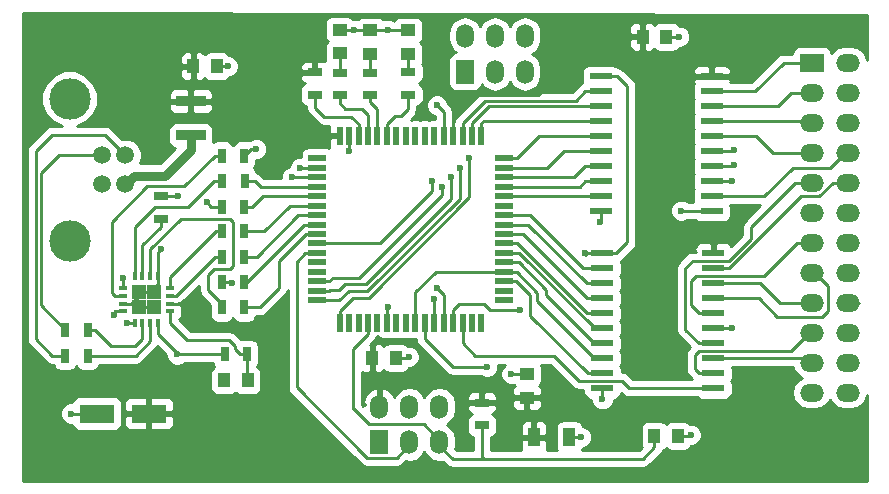
<source format=gbr>
G04 #@! TF.FileFunction,Copper,L1,Top,Signal*
%FSLAX46Y46*%
G04 Gerber Fmt 4.6, Leading zero omitted, Abs format (unit mm)*
G04 Created by KiCad (PCBNEW no-vcs-found-product) date Sa 10 Okt 2015 23:31:38 CEST*
%MOMM*%
G01*
G04 APERTURE LIST*
%ADD10C,0.100000*%
%ADD11R,2.999740X1.600200*%
%ADD12R,1.000000X1.250000*%
%ADD13R,1.000000X1.600000*%
%ADD14R,1.250000X1.000000*%
%ADD15C,1.501140*%
%ADD16C,3.500120*%
%ADD17R,1.524000X1.998980*%
%ADD18O,1.524000X1.998980*%
%ADD19R,1.998980X1.524000*%
%ADD20O,1.998980X1.524000*%
%ADD21R,0.700000X1.300000*%
%ADD22R,1.300000X0.700000*%
%ADD23R,0.800000X0.350000*%
%ADD24R,0.350000X0.800000*%
%ADD25R,1.250000X1.250000*%
%ADD26R,1.500000X0.600000*%
%ADD27R,0.600000X1.500000*%
%ADD28R,1.950000X0.600000*%
%ADD29R,2.500000X0.900000*%
%ADD30C,0.600000*%
%ADD31C,0.250000*%
%ADD32C,0.800000*%
%ADD33C,0.254000*%
G04 APERTURE END LIST*
D10*
D11*
X122899640Y-108800000D03*
X118500360Y-108800000D03*
D12*
X131250000Y-106000000D03*
X129250000Y-106000000D03*
X165700000Y-110700000D03*
X167700000Y-110700000D03*
D13*
X155500000Y-110800000D03*
X158500000Y-110800000D03*
D12*
X164700000Y-76900000D03*
X166700000Y-76900000D03*
X126650000Y-79400000D03*
X128650000Y-79400000D03*
X141800000Y-104100000D03*
X143800000Y-104100000D03*
D14*
X154900000Y-107450000D03*
X154900000Y-105450000D03*
X139050000Y-78300000D03*
X139050000Y-76300000D03*
X141650000Y-78350000D03*
X141650000Y-76350000D03*
X144850000Y-78350000D03*
X144850000Y-76350000D03*
D15*
X118893800Y-86910800D03*
X118893800Y-89400000D03*
X120900400Y-89400000D03*
X120900400Y-86910800D03*
D16*
X116176000Y-82135600D03*
X116176000Y-94175200D03*
D17*
X149660000Y-79868920D03*
D18*
X149660000Y-76831080D03*
X152200000Y-79868920D03*
X152200000Y-76831080D03*
X154740000Y-79868920D03*
X154740000Y-76831080D03*
D19*
X179031080Y-79080000D03*
D20*
X182068920Y-79080000D03*
X179031080Y-81620000D03*
X182068920Y-81620000D03*
X179031080Y-84160000D03*
X182068920Y-84160000D03*
X179031080Y-86700000D03*
X182068920Y-86700000D03*
X179031080Y-89240000D03*
X182068920Y-89240000D03*
X179031080Y-91780000D03*
X182068920Y-91780000D03*
X179031080Y-94320000D03*
X182068920Y-94320000D03*
X179031080Y-96860000D03*
X182068920Y-96860000D03*
X179031080Y-99400000D03*
X182068920Y-99400000D03*
X179031080Y-101940000D03*
X182068920Y-101940000D03*
X179031080Y-104480000D03*
X182068920Y-104480000D03*
X179031080Y-107020000D03*
X182068920Y-107020000D03*
D21*
X131200000Y-103800000D03*
X129300000Y-103800000D03*
X115800000Y-103900000D03*
X117700000Y-103900000D03*
X115800000Y-101700000D03*
X117700000Y-101700000D03*
D22*
X123900000Y-90400000D03*
X123900000Y-92300000D03*
D21*
X130967000Y-86978400D03*
X129067000Y-86978400D03*
X131000000Y-89100000D03*
X129100000Y-89100000D03*
X130967000Y-91278400D03*
X129067000Y-91278400D03*
X130971000Y-93386100D03*
X129071000Y-93386100D03*
X130971000Y-95536100D03*
X129071000Y-95536100D03*
X130955000Y-97664200D03*
X129055000Y-97664200D03*
X130955000Y-99814200D03*
X129055000Y-99814200D03*
D22*
X139050000Y-81850000D03*
X139050000Y-79950000D03*
X141650000Y-81850000D03*
X141650000Y-79950000D03*
X144850000Y-81800000D03*
X144850000Y-79900000D03*
X136950000Y-81800000D03*
X136950000Y-79900000D03*
D23*
X120675000Y-98200000D03*
X120675000Y-98850000D03*
X120675000Y-99500000D03*
X120675000Y-100150000D03*
D24*
X121700000Y-101175000D03*
X122350000Y-101175000D03*
X123000000Y-101175000D03*
X123650000Y-101175000D03*
D23*
X124675000Y-100150000D03*
X124675000Y-99500000D03*
X124675000Y-98850000D03*
X124675000Y-98200000D03*
D24*
X123650000Y-97175000D03*
X123000000Y-97175000D03*
X122350000Y-97175000D03*
X121700000Y-97175000D03*
D25*
X123300000Y-99800000D03*
X123300000Y-98550000D03*
X122050000Y-99800000D03*
X122050000Y-98550000D03*
D26*
X137150000Y-87200000D03*
X137150000Y-88000000D03*
X137150000Y-88800000D03*
X137150000Y-89600000D03*
X137150000Y-90400000D03*
X137150000Y-91200000D03*
X137150000Y-92000000D03*
X137150000Y-92800000D03*
X137150000Y-93600000D03*
X137150000Y-94400000D03*
X137150000Y-95200000D03*
X137150000Y-96000000D03*
X137150000Y-96800000D03*
X137150000Y-97600000D03*
X137150000Y-98400000D03*
X137150000Y-99200000D03*
D27*
X139050000Y-101100000D03*
X139850000Y-101100000D03*
X140650000Y-101100000D03*
X141450000Y-101100000D03*
X142250000Y-101100000D03*
X143050000Y-101100000D03*
X143850000Y-101100000D03*
X144650000Y-101100000D03*
X145450000Y-101100000D03*
X146250000Y-101100000D03*
X147050000Y-101100000D03*
X147850000Y-101100000D03*
X148650000Y-101100000D03*
X149450000Y-101100000D03*
X150250000Y-101100000D03*
X151050000Y-101100000D03*
D26*
X152950000Y-99200000D03*
X152950000Y-98400000D03*
X152950000Y-97600000D03*
X152950000Y-96800000D03*
X152950000Y-96000000D03*
X152950000Y-95200000D03*
X152950000Y-94400000D03*
X152950000Y-93600000D03*
X152950000Y-92800000D03*
X152950000Y-92000000D03*
X152950000Y-91200000D03*
X152950000Y-90400000D03*
X152950000Y-89600000D03*
X152950000Y-88800000D03*
X152950000Y-88000000D03*
X152950000Y-87200000D03*
D27*
X151050000Y-85300000D03*
X150250000Y-85300000D03*
X149450000Y-85300000D03*
X148650000Y-85300000D03*
X147850000Y-85300000D03*
X147050000Y-85300000D03*
X146250000Y-85300000D03*
X145450000Y-85300000D03*
X144650000Y-85300000D03*
X143850000Y-85300000D03*
X143050000Y-85300000D03*
X142250000Y-85300000D03*
X141450000Y-85300000D03*
X140650000Y-85300000D03*
X139850000Y-85300000D03*
X139050000Y-85300000D03*
D28*
X161150000Y-80235000D03*
X161150000Y-81505000D03*
X161150000Y-82775000D03*
X161150000Y-84045000D03*
X161150000Y-85315000D03*
X161150000Y-86585000D03*
X161150000Y-87855000D03*
X161150000Y-89125000D03*
X161150000Y-90395000D03*
X161150000Y-91665000D03*
X170550000Y-91665000D03*
X170550000Y-90395000D03*
X170550000Y-89125000D03*
X170550000Y-87855000D03*
X170550000Y-86585000D03*
X170550000Y-85315000D03*
X170550000Y-84045000D03*
X170550000Y-82775000D03*
X170550000Y-81505000D03*
X170550000Y-80235000D03*
X161300000Y-95235000D03*
X161300000Y-96505000D03*
X161300000Y-97775000D03*
X161300000Y-99045000D03*
X161300000Y-100315000D03*
X161300000Y-101585000D03*
X161300000Y-102855000D03*
X161300000Y-104125000D03*
X161300000Y-105395000D03*
X161300000Y-106665000D03*
X170700000Y-106665000D03*
X170700000Y-105395000D03*
X170700000Y-104125000D03*
X170700000Y-102855000D03*
X170700000Y-101585000D03*
X170700000Y-100315000D03*
X170700000Y-99045000D03*
X170700000Y-97775000D03*
X170700000Y-96505000D03*
X170700000Y-95235000D03*
D17*
X142420000Y-111248920D03*
D18*
X142420000Y-108211080D03*
X144960000Y-111248920D03*
X144960000Y-108211080D03*
X147500000Y-111248920D03*
X147500000Y-108211080D03*
D22*
X151100000Y-109800000D03*
X151100000Y-107900000D03*
D29*
X126450000Y-85250000D03*
X126450000Y-82350000D03*
D30*
X123900000Y-94900000D03*
X144900000Y-104000000D03*
X143100000Y-99800000D03*
X139800000Y-86600000D03*
X147300000Y-82700000D03*
X161100000Y-92600000D03*
X161300000Y-107600000D03*
X159500000Y-110800000D03*
X168800000Y-110600000D03*
X167800000Y-76900000D03*
X143100000Y-76300000D03*
X140300000Y-76300000D03*
X129600000Y-79400000D03*
X116300000Y-108800000D03*
X153550000Y-105450000D03*
X135000000Y-88800000D03*
X135700000Y-88000000D03*
X146900000Y-89100000D03*
X147700000Y-89600000D03*
X148500000Y-88800000D03*
X149200000Y-88000000D03*
X150000000Y-87200000D03*
X132000000Y-86400000D03*
X147300000Y-98200000D03*
X125400000Y-90400000D03*
X147000000Y-99100000D03*
X172300000Y-101600000D03*
X172400000Y-86500000D03*
X172400000Y-87800000D03*
X172300000Y-89100000D03*
X120700000Y-97300000D03*
X125300000Y-103800000D03*
X119973129Y-100426425D03*
X127807300Y-90925020D03*
X121005900Y-101175000D03*
X129907500Y-97715900D03*
X159850000Y-95250000D03*
X154348900Y-100024700D03*
X167975000Y-91625000D03*
X151550000Y-104850000D03*
D31*
X125425000Y-99400000D02*
X125800000Y-99400000D01*
X124675000Y-99500000D02*
X125325000Y-99500000D01*
X125325000Y-99500000D02*
X125425000Y-99400000D01*
X148650000Y-85300000D02*
X148650000Y-83550000D01*
X160850000Y-76900000D02*
X164700000Y-76900000D01*
X155880602Y-81869398D02*
X160850000Y-76900000D01*
X150330602Y-81869398D02*
X155880602Y-81869398D01*
X148650000Y-83550000D02*
X150330602Y-81869398D01*
X148650000Y-84874900D02*
X148650000Y-85300000D01*
X142250000Y-100562300D02*
X142250000Y-101100000D01*
X151100000Y-107900000D02*
X151587700Y-107900000D01*
X123650000Y-95150000D02*
X123900000Y-94900000D01*
X123650000Y-97175000D02*
X123650000Y-95150000D01*
X143800000Y-104100000D02*
X144800000Y-104100000D01*
X144800000Y-104100000D02*
X144900000Y-104000000D01*
X143050000Y-101100000D02*
X143050000Y-99850000D01*
X143050000Y-99850000D02*
X143100000Y-99800000D01*
X139850000Y-85300000D02*
X139850000Y-86550000D01*
X139850000Y-86550000D02*
X139800000Y-86600000D01*
X147850000Y-85300000D02*
X147850000Y-83250000D01*
X147850000Y-83250000D02*
X147300000Y-82700000D01*
X161150000Y-91665000D02*
X161150000Y-92550000D01*
X161150000Y-92550000D02*
X161100000Y-92600000D01*
X161300000Y-106665000D02*
X161300000Y-107600000D01*
X158500000Y-110800000D02*
X159500000Y-110800000D01*
X167700000Y-110700000D02*
X168700000Y-110700000D01*
X168700000Y-110700000D02*
X168800000Y-110600000D01*
X166700000Y-76900000D02*
X167800000Y-76900000D01*
X144850000Y-76350000D02*
X143150000Y-76350000D01*
X143150000Y-76350000D02*
X143100000Y-76300000D01*
X141650000Y-76350000D02*
X143050000Y-76350000D01*
X143050000Y-76350000D02*
X143100000Y-76300000D01*
X141650000Y-76350000D02*
X140350000Y-76350000D01*
X140350000Y-76350000D02*
X140300000Y-76300000D01*
X139050000Y-76300000D02*
X140300000Y-76300000D01*
X128650000Y-79400000D02*
X129600000Y-79400000D01*
X118500360Y-108800000D02*
X116300000Y-108800000D01*
X154900000Y-105450000D02*
X153550000Y-105450000D01*
X181820000Y-91780000D02*
X182730000Y-91780000D01*
X183000000Y-99400000D02*
X181820000Y-99400000D01*
X121037700Y-99500000D02*
X121400300Y-99500000D01*
X121037700Y-99500000D02*
X120675000Y-99500000D01*
X121700300Y-99800000D02*
X122050000Y-99800000D01*
X121400300Y-99500000D02*
X121700300Y-99800000D01*
X122050000Y-99800000D02*
X123300000Y-99800000D01*
X122050000Y-98850300D02*
X121400300Y-99500000D01*
X122050000Y-98550000D02*
X122050000Y-98850300D01*
X122050000Y-98550000D02*
X122349700Y-98550000D01*
X122824900Y-98550000D02*
X122975000Y-98550000D01*
X122824900Y-98550000D02*
X122349700Y-98550000D01*
X123300000Y-98550000D02*
X122975000Y-98550000D01*
X123624700Y-97900300D02*
X123650000Y-97900300D01*
X122975000Y-98550000D02*
X123624700Y-97900300D01*
X123650000Y-97175000D02*
X123650000Y-97900300D01*
X181820000Y-107020000D02*
X181820000Y-107563600D01*
X181820000Y-107563600D02*
X181700000Y-107563600D01*
X148043700Y-108460000D02*
X147500000Y-108460000D01*
X181820000Y-96860000D02*
X181410000Y-96860000D01*
X131200000Y-103800000D02*
X131200000Y-105950000D01*
X131200000Y-105950000D02*
X131250000Y-106000000D01*
X131200000Y-103800000D02*
X130600000Y-103800000D01*
X124675000Y-101125000D02*
X124675000Y-100150000D01*
X126150000Y-102600000D02*
X124675000Y-101125000D01*
X129700000Y-102600000D02*
X126150000Y-102600000D01*
X130150000Y-103050000D02*
X129700000Y-102600000D01*
X130150000Y-103350000D02*
X130150000Y-103050000D01*
X130600000Y-103800000D02*
X130150000Y-103350000D01*
X131200000Y-103800000D02*
X130862400Y-103800000D01*
X139050000Y-79950000D02*
X139050000Y-78300000D01*
X141650000Y-79950000D02*
X141650000Y-78350000D01*
X144850000Y-79900000D02*
X144850000Y-78350000D01*
X135000000Y-88800000D02*
X137150000Y-88800000D01*
X136150000Y-95200000D02*
X137150000Y-95200000D01*
X143872999Y-112573411D02*
X141397999Y-112573411D01*
X135400000Y-106575412D02*
X135400000Y-95950000D01*
X141397999Y-112573411D02*
X135400000Y-106575412D01*
X144960000Y-111248920D02*
X144960000Y-111486410D01*
X135400000Y-95950000D02*
X136150000Y-95200000D01*
X144960000Y-111486410D02*
X143872999Y-112573411D01*
X135700000Y-88000000D02*
X137150000Y-88000000D01*
X140231701Y-108431701D02*
X141500000Y-109700000D01*
X140200000Y-103350000D02*
X140200000Y-108400000D01*
X140200000Y-108400000D02*
X140231701Y-108431701D01*
X141450000Y-101100000D02*
X141450000Y-102100000D01*
X141450000Y-102100000D02*
X140200000Y-103350000D01*
X146188570Y-109700000D02*
X147500000Y-111011430D01*
X141500000Y-109700000D02*
X146188570Y-109700000D01*
X147500000Y-111011430D02*
X147500000Y-111248920D01*
X151100000Y-109800000D02*
X151100000Y-112450000D01*
X151100000Y-112450000D02*
X151310000Y-112660000D01*
X147500000Y-111000000D02*
X147500000Y-111530000D01*
X147500000Y-111530000D02*
X148630000Y-112660000D01*
X165700000Y-111670000D02*
X165700000Y-110700000D01*
X164710000Y-112660000D02*
X165700000Y-111670000D01*
X148630000Y-112660000D02*
X151310000Y-112660000D01*
X151310000Y-112660000D02*
X164710000Y-112660000D01*
X142500000Y-94400000D02*
X146900000Y-90000000D01*
X146900000Y-90000000D02*
X146900000Y-89100000D01*
X138150000Y-94400000D02*
X142500000Y-94400000D01*
X137150000Y-94400000D02*
X138150000Y-94400000D01*
X140700000Y-97300000D02*
X147700000Y-90300000D01*
X147700000Y-90300000D02*
X147700000Y-89600000D01*
X138450000Y-97300000D02*
X140700000Y-97300000D01*
X137150000Y-97600000D02*
X138150000Y-97600000D01*
X138150000Y-97600000D02*
X138450000Y-97300000D01*
X141300000Y-97800000D02*
X148500000Y-90600000D01*
X148500000Y-90600000D02*
X148500000Y-88800000D01*
X139500000Y-97800000D02*
X141300000Y-97800000D01*
X139000000Y-98300000D02*
X139500000Y-97800000D01*
X138250000Y-98300000D02*
X139000000Y-98300000D01*
X137150000Y-98400000D02*
X138150000Y-98400000D01*
X138150000Y-98400000D02*
X138250000Y-98300000D01*
X141400000Y-98400000D02*
X149200000Y-90600000D01*
X149200000Y-90600000D02*
X149200000Y-88000000D01*
X139800000Y-98400000D02*
X141400000Y-98400000D01*
X139000000Y-99200000D02*
X139800000Y-98400000D01*
X137150000Y-99200000D02*
X139000000Y-99200000D01*
X150000000Y-88200000D02*
X150000000Y-87200000D01*
X150000000Y-90500000D02*
X150000000Y-88200000D01*
X141500000Y-99000000D02*
X150000000Y-90500000D01*
X140150000Y-99000000D02*
X141500000Y-99000000D01*
X139050000Y-101100000D02*
X139050000Y-100100000D01*
X139050000Y-100100000D02*
X140150000Y-99000000D01*
X132000000Y-86400000D02*
X131545400Y-86400000D01*
X131545400Y-86400000D02*
X130967000Y-86978400D01*
X147850000Y-101100000D02*
X147850000Y-98750000D01*
X147850000Y-98750000D02*
X147300000Y-98200000D01*
X130988600Y-87000000D02*
X130967000Y-86978400D01*
X125400000Y-90400000D02*
X123900000Y-90400000D01*
X147050000Y-101100000D02*
X147050000Y-99150000D01*
X147050000Y-99150000D02*
X147000000Y-99100000D01*
X124000000Y-90300000D02*
X123900000Y-90400000D01*
X170550000Y-81505000D02*
X174205000Y-81505000D01*
X176630000Y-79080000D02*
X179280000Y-79080000D01*
X174205000Y-81505000D02*
X176630000Y-79080000D01*
X176125000Y-82775000D02*
X177280000Y-81620000D01*
X177280000Y-81620000D02*
X179031080Y-81620000D01*
X170550000Y-82775000D02*
X176125000Y-82775000D01*
X170550000Y-84045000D02*
X178916080Y-84045000D01*
X178916080Y-84045000D02*
X179031080Y-84160000D01*
X174315000Y-85315000D02*
X175700000Y-86700000D01*
X175700000Y-86700000D02*
X179031080Y-86700000D01*
X170550000Y-85315000D02*
X174315000Y-85315000D01*
X168300000Y-101700000D02*
X169455000Y-102855000D01*
X169455000Y-102855000D02*
X170700000Y-102855000D01*
X168300000Y-96500000D02*
X168300000Y-101700000D01*
X168939999Y-95860001D02*
X168300000Y-96500000D01*
X173900000Y-94000000D02*
X172039999Y-95860001D01*
X172039999Y-95860001D02*
X168939999Y-95860001D01*
X173900000Y-93000000D02*
X173900000Y-94000000D01*
X177600000Y-89300000D02*
X173900000Y-93000000D01*
X178733590Y-89300000D02*
X177600000Y-89300000D01*
X179031080Y-89240000D02*
X178793590Y-89240000D01*
X178793590Y-89240000D02*
X178733590Y-89300000D01*
X170700000Y-101585000D02*
X172285000Y-101585000D01*
X172285000Y-101585000D02*
X172300000Y-101600000D01*
X179031080Y-94320000D02*
X177781590Y-94320000D01*
X177781590Y-94320000D02*
X175401590Y-96700000D01*
X175401590Y-96700000D02*
X175400000Y-96700000D01*
X175400000Y-96700000D02*
X174969999Y-97130001D01*
X174969999Y-97130001D02*
X169230001Y-97130001D01*
X169230001Y-97130001D02*
X168800000Y-97560002D01*
X168800000Y-97560002D02*
X168800000Y-99640000D01*
X168800000Y-99640000D02*
X169475000Y-100315000D01*
X169475000Y-100315000D02*
X170700000Y-100315000D01*
X180400000Y-100100000D02*
X180400000Y-97991430D01*
X180400000Y-97991430D02*
X179268570Y-96860000D01*
X179268570Y-96860000D02*
X179031080Y-96860000D01*
X179900000Y-100600000D02*
X180400000Y-100100000D01*
X176100000Y-100600000D02*
X179900000Y-100600000D01*
X174545000Y-99045000D02*
X176100000Y-100600000D01*
X170700000Y-99045000D02*
X174545000Y-99045000D01*
X174675000Y-97775000D02*
X176300000Y-99400000D01*
X176300000Y-99400000D02*
X179031080Y-99400000D01*
X170700000Y-97775000D02*
X174675000Y-97775000D01*
X179031080Y-101940000D02*
X178793590Y-101940000D01*
X169464999Y-103499999D02*
X169100000Y-103864998D01*
X178793590Y-101940000D02*
X177233590Y-103500000D01*
X177233590Y-103500000D02*
X169464999Y-103499999D01*
X169475000Y-105395000D02*
X170700000Y-105395000D01*
X169100000Y-103864998D02*
X169100000Y-105020000D01*
X169100000Y-105020000D02*
X169475000Y-105395000D01*
X170700000Y-104125000D02*
X178676080Y-104125000D01*
X178676080Y-104125000D02*
X179031080Y-104480000D01*
X170550000Y-86585000D02*
X172315000Y-86585000D01*
X172315000Y-86585000D02*
X172400000Y-86500000D01*
X170550000Y-87855000D02*
X172345000Y-87855000D01*
X172345000Y-87855000D02*
X172400000Y-87800000D01*
X170550000Y-89125000D02*
X172275000Y-89125000D01*
X172275000Y-89125000D02*
X172300000Y-89100000D01*
X170550000Y-90395000D02*
X175005000Y-90395000D01*
X175005000Y-90395000D02*
X177400000Y-88000000D01*
X177400000Y-88000000D02*
X180531430Y-88000000D01*
X180531430Y-88000000D02*
X181831430Y-86700000D01*
X181831430Y-86700000D02*
X182068920Y-86700000D01*
X180819430Y-89240000D02*
X182068920Y-89240000D01*
X178136410Y-90400000D02*
X179659430Y-90400000D01*
X179659430Y-90400000D02*
X180819430Y-89240000D01*
X172031410Y-96505000D02*
X178136410Y-90400000D01*
X170700000Y-96505000D02*
X172031410Y-96505000D01*
X181820000Y-89240000D02*
X181640000Y-89240000D01*
X181540000Y-89240000D02*
X181820000Y-89240000D01*
X120675000Y-97325000D02*
X120700000Y-97300000D01*
X120675000Y-98200000D02*
X120675000Y-97325000D01*
X125300000Y-103800000D02*
X125371100Y-103800000D01*
X123650000Y-102078900D02*
X123650000Y-101175000D01*
X123650000Y-102078900D02*
X125371100Y-103800000D01*
X125371100Y-103800000D02*
X129300000Y-103800000D01*
X120675000Y-98200000D02*
X120569700Y-98094700D01*
X122350000Y-94525300D02*
X123900000Y-92975300D01*
X122350000Y-97175000D02*
X122350000Y-94525300D01*
X123900000Y-92300000D02*
X123900000Y-92975300D01*
X128467000Y-86978400D02*
X129067000Y-86978400D01*
X122775559Y-89574441D02*
X125870959Y-89574441D01*
X119750000Y-92600000D02*
X122775559Y-89574441D01*
X119750000Y-98575000D02*
X119750000Y-92600000D01*
X120025000Y-98850000D02*
X119750000Y-98575000D01*
X120675000Y-98850000D02*
X120025000Y-98850000D01*
X125870959Y-89574441D02*
X128467000Y-86978400D01*
X129100000Y-89100000D02*
X128424700Y-89100000D01*
X126246300Y-91278400D02*
X128424700Y-89100000D01*
X123402800Y-91278400D02*
X126246300Y-91278400D01*
X121700000Y-92981200D02*
X123402800Y-91278400D01*
X121700000Y-97175000D02*
X121700000Y-92981200D01*
X120025000Y-100150000D02*
X119973129Y-100201871D01*
X120675000Y-100150000D02*
X120025000Y-100150000D01*
X119973129Y-100201871D02*
X119973129Y-100426425D01*
X128160680Y-91278400D02*
X128107299Y-91225019D01*
X129067000Y-91278400D02*
X128160680Y-91278400D01*
X128107299Y-91225019D02*
X127807300Y-90925020D01*
X124675000Y-98200000D02*
X124675000Y-97275000D01*
X128563900Y-93386100D02*
X129071000Y-93386100D01*
X124675000Y-97275000D02*
X128563900Y-93386100D01*
X137150000Y-92000000D02*
X135548300Y-92000000D01*
X130971000Y-95536100D02*
X132012200Y-95536100D01*
X135548300Y-92000000D02*
X132012200Y-95536100D01*
X124675000Y-98850000D02*
X125200000Y-98850000D01*
X128513900Y-95536100D02*
X129071000Y-95536100D01*
X125200000Y-98850000D02*
X128513900Y-95536100D01*
X130955000Y-97664200D02*
X130955000Y-97795000D01*
X130955000Y-97664200D02*
X131185800Y-97664200D01*
X131185800Y-97664200D02*
X136050000Y-92800000D01*
X136050000Y-92800000D02*
X137150000Y-92800000D01*
X129055000Y-97664200D02*
X129730300Y-97664200D01*
X129782000Y-97715900D02*
X129730300Y-97664200D01*
X129907500Y-97715900D02*
X129782000Y-97715900D01*
X121700000Y-101175000D02*
X121005900Y-101175000D01*
X130955000Y-99814200D02*
X132285800Y-99814200D01*
X132285800Y-99814200D02*
X133900000Y-98200000D01*
X133900000Y-98200000D02*
X133900000Y-95900000D01*
X136200000Y-93600000D02*
X137150000Y-93600000D01*
X133900000Y-95900000D02*
X136200000Y-93600000D01*
X136612400Y-93600000D02*
X137150000Y-93600000D01*
X123000000Y-94874998D02*
X123000000Y-96525000D01*
X125574998Y-92300000D02*
X123000000Y-94874998D01*
X130050000Y-92600000D02*
X129750000Y-92300000D01*
X129750000Y-96600000D02*
X130050000Y-96300000D01*
X129750000Y-92300000D02*
X125574998Y-92300000D01*
X128400000Y-96600000D02*
X129750000Y-96600000D01*
X127900000Y-97100000D02*
X128400000Y-96600000D01*
X127900000Y-98359200D02*
X127900000Y-97100000D01*
X130050000Y-96300000D02*
X130050000Y-92600000D01*
X129055000Y-99514200D02*
X127900000Y-98359200D01*
X129055000Y-99814200D02*
X129055000Y-99514200D01*
X123000000Y-96525000D02*
X123000000Y-97175000D01*
X139500000Y-83000000D02*
X139050000Y-82550000D01*
X139050000Y-82550000D02*
X139050000Y-81850000D01*
X140950000Y-83000000D02*
X139500000Y-83000000D01*
X141450000Y-83500000D02*
X140950000Y-83000000D01*
X141450000Y-85300000D02*
X141450000Y-83500000D01*
X141650000Y-81850000D02*
X141650000Y-82450000D01*
X142250000Y-83050000D02*
X142250000Y-85300000D01*
X141650000Y-82450000D02*
X142250000Y-83050000D01*
X144250000Y-83650000D02*
X144850000Y-83050000D01*
X144850000Y-83050000D02*
X144850000Y-81800000D01*
X143700000Y-83650000D02*
X144250000Y-83650000D01*
X143050000Y-85300000D02*
X143050000Y-84300000D01*
X143050000Y-84300000D02*
X143700000Y-83650000D01*
X145000000Y-81950000D02*
X144850000Y-81800000D01*
X137750000Y-83700000D02*
X136950000Y-82900000D01*
X136950000Y-82900000D02*
X136950000Y-81800000D01*
X140050000Y-83700000D02*
X137750000Y-83700000D01*
X140650000Y-85300000D02*
X140650000Y-84300000D01*
X140650000Y-84300000D02*
X140050000Y-83700000D01*
X148650000Y-101100000D02*
X148650000Y-100020000D01*
X151794700Y-100024700D02*
X154348900Y-100024700D01*
X148650000Y-100020000D02*
X149140000Y-99530000D01*
X149140000Y-99530000D02*
X151300000Y-99530000D01*
X151300000Y-99530000D02*
X151794700Y-100024700D01*
X161150000Y-80235000D02*
X162535000Y-80235000D01*
X162465000Y-95235000D02*
X161300000Y-95235000D01*
X163400000Y-94300000D02*
X162465000Y-95235000D01*
X163400000Y-81100000D02*
X163400000Y-94300000D01*
X162535000Y-80235000D02*
X163400000Y-81100000D01*
X159999700Y-95235000D02*
X159829200Y-95405500D01*
X159829200Y-95405500D02*
X159850000Y-95250000D01*
X161300000Y-95235000D02*
X159999700Y-95235000D01*
X161150000Y-81505000D02*
X159849700Y-81505000D01*
X149450000Y-85300000D02*
X149450000Y-84224700D01*
X159035300Y-82319400D02*
X159849700Y-81505000D01*
X151355300Y-82319400D02*
X159035300Y-82319400D01*
X149450000Y-84224700D02*
X151355300Y-82319400D01*
X150250000Y-85300000D02*
X150250000Y-84224700D01*
X161150000Y-82775000D02*
X151699700Y-82775000D01*
X150250000Y-84224700D02*
X151699700Y-82775000D01*
X151229700Y-84045000D02*
X151050000Y-84224700D01*
X161150000Y-84045000D02*
X151229700Y-84045000D01*
X151050000Y-85300000D02*
X151050000Y-84224700D01*
X155910300Y-85315000D02*
X154025300Y-87200000D01*
X161150000Y-85315000D02*
X155910300Y-85315000D01*
X152950000Y-87200000D02*
X154025300Y-87200000D01*
X156618600Y-88000000D02*
X152950000Y-88000000D01*
X158033600Y-86585000D02*
X156618600Y-88000000D01*
X161150000Y-86585000D02*
X158033600Y-86585000D01*
X158904700Y-88800000D02*
X152950000Y-88800000D01*
X159849700Y-87855000D02*
X158904700Y-88800000D01*
X161150000Y-87855000D02*
X159849700Y-87855000D01*
X159374700Y-89600000D02*
X152950000Y-89600000D01*
X159849700Y-89125000D02*
X159374700Y-89600000D01*
X161150000Y-89125000D02*
X159849700Y-89125000D01*
X154030300Y-90395000D02*
X154025300Y-90400000D01*
X161150000Y-90395000D02*
X154030300Y-90395000D01*
X152950000Y-90400000D02*
X154025300Y-90400000D01*
X146250000Y-101100000D02*
X146250000Y-102475000D01*
X168015000Y-91665000D02*
X170550000Y-91665000D01*
X167975000Y-91625000D02*
X168015000Y-91665000D01*
X148625000Y-104850000D02*
X151550000Y-104850000D01*
X146250000Y-102475000D02*
X148625000Y-104850000D01*
X170550000Y-91665000D02*
X170035000Y-91665000D01*
X161300000Y-96505000D02*
X159648400Y-96505000D01*
X155143400Y-92000000D02*
X159648400Y-96505000D01*
X152950000Y-92000000D02*
X155143400Y-92000000D01*
X155024700Y-92800000D02*
X159999700Y-97775000D01*
X152950000Y-92800000D02*
X155024700Y-92800000D01*
X161300000Y-97775000D02*
X159999700Y-97775000D01*
X154554700Y-93600000D02*
X152950000Y-93600000D01*
X159999700Y-99045000D02*
X154554700Y-93600000D01*
X161300000Y-99045000D02*
X159999700Y-99045000D01*
X154084700Y-94400000D02*
X159999700Y-100315000D01*
X152950000Y-94400000D02*
X154084700Y-94400000D01*
X161300000Y-100315000D02*
X159999700Y-100315000D01*
X154247800Y-95200000D02*
X152950000Y-95200000D01*
X160632800Y-101585000D02*
X154247800Y-95200000D01*
X161300000Y-101585000D02*
X160632800Y-101585000D01*
X152950000Y-96000000D02*
X154210000Y-96000000D01*
X154210000Y-96000000D02*
X156550000Y-98340000D01*
X156550000Y-98340000D02*
X156550000Y-98780000D01*
X156550000Y-98780000D02*
X160625000Y-102855000D01*
X160625000Y-102855000D02*
X161300000Y-102855000D01*
X145450000Y-100100000D02*
X145450000Y-101100000D01*
X145450000Y-98541086D02*
X145450000Y-100100000D01*
X152950000Y-96800000D02*
X147191086Y-96800000D01*
X147191086Y-96800000D02*
X145450000Y-98541086D01*
X155779300Y-98554000D02*
X155779300Y-99294600D01*
X155779300Y-99294600D02*
X160609700Y-104125000D01*
X154025300Y-96800000D02*
X155779300Y-98554000D01*
X152950000Y-96800000D02*
X154025300Y-96800000D01*
X160609700Y-104125000D02*
X161300000Y-104125000D01*
X155200000Y-98790000D02*
X154010000Y-97600000D01*
X154010000Y-97600000D02*
X152950000Y-97600000D01*
X155200000Y-100520000D02*
X155200000Y-98790000D01*
X161300000Y-105395000D02*
X160075000Y-105395000D01*
X160075000Y-105395000D02*
X155200000Y-100520000D01*
X170700000Y-106665000D02*
X163565000Y-106665000D01*
X149450000Y-102800000D02*
X149450000Y-101100000D01*
X150550000Y-103900000D02*
X149450000Y-102800000D01*
X157175000Y-103900000D02*
X150550000Y-103900000D01*
X159300000Y-106025000D02*
X157175000Y-103900000D01*
X162925000Y-106025000D02*
X159300000Y-106025000D01*
X163565000Y-106665000D02*
X162925000Y-106025000D01*
X131000000Y-89100000D02*
X131850500Y-89100000D01*
X137150000Y-89600000D02*
X132350500Y-89600000D01*
X131850500Y-89100000D02*
X132350500Y-89600000D01*
X130967000Y-91278400D02*
X131642300Y-91278400D01*
X132520700Y-90400000D02*
X137150000Y-90400000D01*
X131642300Y-91278400D02*
X132520700Y-90400000D01*
X130971000Y-93386100D02*
X131646300Y-93386100D01*
X131650800Y-93381600D02*
X131646300Y-93386100D01*
X132663400Y-93381600D02*
X131650800Y-93381600D01*
X134845000Y-91200000D02*
X132663400Y-93381600D01*
X137150000Y-91200000D02*
X134845000Y-91200000D01*
X118893800Y-86910800D02*
X115289200Y-86910800D01*
X113750002Y-99650002D02*
X115800000Y-101700000D01*
X113750002Y-88449998D02*
X113750002Y-99650002D01*
X115289200Y-86910800D02*
X113750002Y-88449998D01*
X118884600Y-86920000D02*
X118893800Y-86910800D01*
D32*
X120900400Y-89400000D02*
X121650969Y-88649431D01*
X121650969Y-88649431D02*
X124300569Y-88649431D01*
X124300569Y-88649431D02*
X126450000Y-86500000D01*
X126450000Y-86500000D02*
X126450000Y-85250000D01*
D31*
X115800000Y-103900000D02*
X114700000Y-103900000D01*
X119189600Y-85200000D02*
X120900400Y-86910800D01*
X114700000Y-85200000D02*
X119189600Y-85200000D01*
X113300000Y-86600000D02*
X114700000Y-85200000D01*
X113300000Y-102500000D02*
X113300000Y-86600000D01*
X114700000Y-103900000D02*
X113300000Y-102500000D01*
X115800000Y-103900000D02*
X115580000Y-103900000D01*
X123000000Y-101175000D02*
X123000000Y-102700000D01*
X121800000Y-103900000D02*
X117700000Y-103900000D01*
X123000000Y-102700000D02*
X121800000Y-103900000D01*
X117700000Y-101700000D02*
X118300000Y-101700000D01*
X122350000Y-102450000D02*
X122350000Y-101175000D01*
X121700000Y-103100000D02*
X122350000Y-102450000D01*
X119700000Y-103100000D02*
X121700000Y-103100000D01*
X118300000Y-101700000D02*
X119700000Y-103100000D01*
D33*
G36*
X183690000Y-75026451D02*
X183690000Y-78851597D01*
X183629092Y-78545391D01*
X183326260Y-78092172D01*
X182873041Y-77789340D01*
X182338432Y-77683000D01*
X181799408Y-77683000D01*
X181264799Y-77789340D01*
X180811580Y-78092172D01*
X180674112Y-78297907D01*
X180631033Y-78075877D01*
X180491243Y-77863073D01*
X180280210Y-77720623D01*
X180030570Y-77670560D01*
X178031590Y-77670560D01*
X177789467Y-77717537D01*
X177576663Y-77857327D01*
X177434213Y-78068360D01*
X177384150Y-78318000D01*
X177384150Y-78320000D01*
X176630000Y-78320000D01*
X176339161Y-78377852D01*
X176092599Y-78542599D01*
X173890198Y-80745000D01*
X172125334Y-80745000D01*
X172160000Y-80661310D01*
X172160000Y-80520750D01*
X172001250Y-80362000D01*
X170677000Y-80362000D01*
X170677000Y-80382000D01*
X170423000Y-80382000D01*
X170423000Y-80362000D01*
X169098750Y-80362000D01*
X168940000Y-80520750D01*
X168940000Y-80661310D01*
X169029789Y-80878079D01*
X168977623Y-80955360D01*
X168927560Y-81205000D01*
X168927560Y-81805000D01*
X168974537Y-82047123D01*
X169035397Y-82139771D01*
X168977623Y-82225360D01*
X168927560Y-82475000D01*
X168927560Y-83075000D01*
X168974537Y-83317123D01*
X169035397Y-83409771D01*
X168977623Y-83495360D01*
X168927560Y-83745000D01*
X168927560Y-84345000D01*
X168974537Y-84587123D01*
X169035397Y-84679771D01*
X168977623Y-84765360D01*
X168927560Y-85015000D01*
X168927560Y-85615000D01*
X168974537Y-85857123D01*
X169035397Y-85949771D01*
X168977623Y-86035360D01*
X168927560Y-86285000D01*
X168927560Y-86885000D01*
X168974537Y-87127123D01*
X169035397Y-87219771D01*
X168977623Y-87305360D01*
X168927560Y-87555000D01*
X168927560Y-88155000D01*
X168974537Y-88397123D01*
X169035397Y-88489771D01*
X168977623Y-88575360D01*
X168927560Y-88825000D01*
X168927560Y-89425000D01*
X168974537Y-89667123D01*
X169035397Y-89759771D01*
X168977623Y-89845360D01*
X168927560Y-90095000D01*
X168927560Y-90695000D01*
X168968304Y-90905000D01*
X168577393Y-90905000D01*
X168505327Y-90832808D01*
X168161799Y-90690162D01*
X167789833Y-90689838D01*
X167446057Y-90831883D01*
X167182808Y-91094673D01*
X167040162Y-91438201D01*
X167039838Y-91810167D01*
X167181883Y-92153943D01*
X167444673Y-92417192D01*
X167788201Y-92559838D01*
X168160167Y-92560162D01*
X168487285Y-92425000D01*
X169121842Y-92425000D01*
X169325360Y-92562377D01*
X169575000Y-92612440D01*
X171525000Y-92612440D01*
X171767123Y-92565463D01*
X171979927Y-92425673D01*
X172122377Y-92214640D01*
X172172440Y-91965000D01*
X172172440Y-91365000D01*
X172131696Y-91155000D01*
X174670198Y-91155000D01*
X173362599Y-92462599D01*
X173197852Y-92709161D01*
X173140000Y-93000000D01*
X173140000Y-93685198D01*
X172224038Y-94601160D01*
X172213327Y-94575301D01*
X172034698Y-94396673D01*
X171801309Y-94300000D01*
X170985750Y-94300000D01*
X170827000Y-94458750D01*
X170827000Y-95100001D01*
X170573000Y-95100001D01*
X170573000Y-94458750D01*
X170414250Y-94300000D01*
X169598691Y-94300000D01*
X169365302Y-94396673D01*
X169186673Y-94575301D01*
X169090000Y-94808690D01*
X169090000Y-94949250D01*
X169240751Y-95100001D01*
X168939999Y-95100001D01*
X168649159Y-95157853D01*
X168402598Y-95322600D01*
X167762599Y-95962599D01*
X167597852Y-96209161D01*
X167540000Y-96500000D01*
X167540000Y-101700000D01*
X167597852Y-101990839D01*
X167762599Y-102237401D01*
X168707697Y-103182499D01*
X168562599Y-103327597D01*
X168397852Y-103574159D01*
X168340000Y-103864998D01*
X168340000Y-105020000D01*
X168397852Y-105310839D01*
X168562599Y-105557401D01*
X168910198Y-105905000D01*
X163879802Y-105905000D01*
X163462401Y-105487599D01*
X163215839Y-105322852D01*
X162925000Y-105265000D01*
X162922440Y-105265000D01*
X162922440Y-105095000D01*
X162875463Y-104852877D01*
X162814603Y-104760229D01*
X162872377Y-104674640D01*
X162922440Y-104425000D01*
X162922440Y-103825000D01*
X162875463Y-103582877D01*
X162814603Y-103490229D01*
X162872377Y-103404640D01*
X162922440Y-103155000D01*
X162922440Y-102555000D01*
X162875463Y-102312877D01*
X162814603Y-102220229D01*
X162872377Y-102134640D01*
X162922440Y-101885000D01*
X162922440Y-101285000D01*
X162875463Y-101042877D01*
X162814603Y-100950229D01*
X162872377Y-100864640D01*
X162922440Y-100615000D01*
X162922440Y-100015000D01*
X162875463Y-99772877D01*
X162814603Y-99680229D01*
X162872377Y-99594640D01*
X162922440Y-99345000D01*
X162922440Y-98745000D01*
X162875463Y-98502877D01*
X162814603Y-98410229D01*
X162872377Y-98324640D01*
X162922440Y-98075000D01*
X162922440Y-97475000D01*
X162875463Y-97232877D01*
X162814603Y-97140229D01*
X162872377Y-97054640D01*
X162922440Y-96805000D01*
X162922440Y-96205000D01*
X162875463Y-95962877D01*
X162827228Y-95889448D01*
X163002401Y-95772401D01*
X163937401Y-94837401D01*
X164102148Y-94590839D01*
X164160000Y-94300000D01*
X164160000Y-81100000D01*
X164102148Y-80809161D01*
X163937401Y-80562599D01*
X163183492Y-79808690D01*
X168940000Y-79808690D01*
X168940000Y-79949250D01*
X169098750Y-80108000D01*
X170423000Y-80108000D01*
X170423000Y-79458750D01*
X170677000Y-79458750D01*
X170677000Y-80108000D01*
X172001250Y-80108000D01*
X172160000Y-79949250D01*
X172160000Y-79808690D01*
X172063327Y-79575301D01*
X171884698Y-79396673D01*
X171651309Y-79300000D01*
X170835750Y-79300000D01*
X170677000Y-79458750D01*
X170423000Y-79458750D01*
X170423000Y-79458750D01*
X170264250Y-79300000D01*
X169448691Y-79300000D01*
X169215302Y-79396673D01*
X169036673Y-79575301D01*
X168940000Y-79808690D01*
X163183492Y-79808690D01*
X163072401Y-79697599D01*
X162825839Y-79532852D01*
X162589456Y-79485832D01*
X162585673Y-79480073D01*
X162374640Y-79337623D01*
X162125000Y-79287560D01*
X160175000Y-79287560D01*
X159932877Y-79334537D01*
X159720073Y-79474327D01*
X159577623Y-79685360D01*
X159527560Y-79935000D01*
X159527560Y-80535000D01*
X159574537Y-80777123D01*
X159587673Y-80797121D01*
X159558861Y-80802852D01*
X159312299Y-80967599D01*
X158720498Y-81559400D01*
X151355300Y-81559400D01*
X151064461Y-81617252D01*
X150817899Y-81781999D01*
X148912599Y-83687299D01*
X148747852Y-83933861D01*
X148720212Y-84072813D01*
X148695073Y-84089327D01*
X148650386Y-84155529D01*
X148610673Y-84095073D01*
X148610000Y-84094619D01*
X148610000Y-83250000D01*
X148552148Y-82959161D01*
X148552148Y-82959160D01*
X148387401Y-82712599D01*
X148235122Y-82560320D01*
X148235162Y-82514833D01*
X148093117Y-82171057D01*
X147830327Y-81907808D01*
X147486799Y-81765162D01*
X147114833Y-81764838D01*
X146771057Y-81906883D01*
X146507808Y-82169673D01*
X146365162Y-82513201D01*
X146364838Y-82885167D01*
X146506883Y-83228943D01*
X146769673Y-83492192D01*
X147090000Y-83625204D01*
X147090000Y-83902560D01*
X146750000Y-83902560D01*
X146648348Y-83922283D01*
X146550000Y-83902560D01*
X145950000Y-83902560D01*
X145848348Y-83922283D01*
X145750000Y-83902560D01*
X145150000Y-83902560D01*
X145053524Y-83921278D01*
X145387401Y-83587401D01*
X145552148Y-83340839D01*
X145610000Y-83050000D01*
X145610000Y-82776098D01*
X145742123Y-82750463D01*
X145954927Y-82610673D01*
X146097377Y-82399640D01*
X146147440Y-82150000D01*
X146147440Y-81450000D01*
X146100463Y-81207877D01*
X145960673Y-80995073D01*
X145749640Y-80852623D01*
X145740469Y-80850784D01*
X145742123Y-80850463D01*
X145954927Y-80710673D01*
X146097377Y-80499640D01*
X146147440Y-80250000D01*
X146147440Y-79550000D01*
X146100463Y-79307877D01*
X146017286Y-79181255D01*
X146072377Y-79099640D01*
X146118543Y-78869430D01*
X148250560Y-78869430D01*
X148250560Y-80868410D01*
X148297537Y-81110533D01*
X148437327Y-81323337D01*
X148648360Y-81465787D01*
X148898000Y-81515850D01*
X150422000Y-81515850D01*
X150664123Y-81468873D01*
X150876927Y-81329083D01*
X151019377Y-81118050D01*
X151062617Y-80902435D01*
X151212172Y-81126260D01*
X151665391Y-81429092D01*
X152200000Y-81535432D01*
X152734609Y-81429092D01*
X153187828Y-81126260D01*
X153470000Y-80703961D01*
X153752172Y-81126260D01*
X154205391Y-81429092D01*
X154740000Y-81535432D01*
X155274609Y-81429092D01*
X155727828Y-81126260D01*
X156030660Y-80673041D01*
X156137000Y-80138432D01*
X156137000Y-79599408D01*
X156030660Y-79064799D01*
X155727828Y-78611580D01*
X155336347Y-78350000D01*
X155727828Y-78088420D01*
X156030660Y-77635201D01*
X156120061Y-77185750D01*
X163565000Y-77185750D01*
X163565000Y-77651310D01*
X163661673Y-77884699D01*
X163840302Y-78063327D01*
X164073691Y-78160000D01*
X164414250Y-78160000D01*
X164573000Y-78001250D01*
X164573000Y-77027000D01*
X163723750Y-77027000D01*
X163565000Y-77185750D01*
X156120061Y-77185750D01*
X156137000Y-77100592D01*
X156137000Y-76561568D01*
X156054874Y-76148690D01*
X163565000Y-76148690D01*
X163565000Y-76614250D01*
X163723750Y-76773000D01*
X164573000Y-76773000D01*
X164573000Y-75798750D01*
X164827000Y-75798750D01*
X164827000Y-76773000D01*
X164847000Y-76773000D01*
X164847000Y-77027000D01*
X164827000Y-77027000D01*
X164827000Y-78001250D01*
X164985750Y-78160000D01*
X165326309Y-78160000D01*
X165559698Y-78063327D01*
X165701176Y-77921850D01*
X165739327Y-77979927D01*
X165950360Y-78122377D01*
X166200000Y-78172440D01*
X167200000Y-78172440D01*
X167442123Y-78125463D01*
X167654927Y-77985673D01*
X167756658Y-77834963D01*
X167985167Y-77835162D01*
X168328943Y-77693117D01*
X168592192Y-77430327D01*
X168734838Y-77086799D01*
X168735162Y-76714833D01*
X168593117Y-76371057D01*
X168330327Y-76107808D01*
X167986799Y-75965162D01*
X167755849Y-75964961D01*
X167660673Y-75820073D01*
X167449640Y-75677623D01*
X167200000Y-75627560D01*
X166200000Y-75627560D01*
X165957877Y-75674537D01*
X165745073Y-75814327D01*
X165701663Y-75878637D01*
X165559698Y-75736673D01*
X165326309Y-75640000D01*
X164985750Y-75640000D01*
X164827000Y-75798750D01*
X164573000Y-75798750D01*
X164573000Y-75798750D01*
X164414250Y-75640000D01*
X164073691Y-75640000D01*
X163840302Y-75736673D01*
X163661673Y-75915301D01*
X163565000Y-76148690D01*
X156054874Y-76148690D01*
X156030660Y-76026959D01*
X155727828Y-75573740D01*
X155274609Y-75270908D01*
X154740000Y-75164568D01*
X154205391Y-75270908D01*
X153752172Y-75573740D01*
X153470000Y-75996039D01*
X153187828Y-75573740D01*
X152734609Y-75270908D01*
X152200000Y-75164568D01*
X151665391Y-75270908D01*
X151212172Y-75573740D01*
X150930000Y-75996039D01*
X150647828Y-75573740D01*
X150194609Y-75270908D01*
X149660000Y-75164568D01*
X149125391Y-75270908D01*
X148672172Y-75573740D01*
X148369340Y-76026959D01*
X148263000Y-76561568D01*
X148263000Y-77100592D01*
X148369340Y-77635201D01*
X148672172Y-78088420D01*
X148877907Y-78225888D01*
X148655877Y-78268967D01*
X148443073Y-78408757D01*
X148300623Y-78619790D01*
X148250560Y-78869430D01*
X146118543Y-78869430D01*
X146122440Y-78850000D01*
X146122440Y-77850000D01*
X146075463Y-77607877D01*
X145935673Y-77395073D01*
X145869471Y-77350386D01*
X145929927Y-77310673D01*
X146072377Y-77099640D01*
X146122440Y-76850000D01*
X146122440Y-75850000D01*
X146075463Y-75607877D01*
X145935673Y-75395073D01*
X145724640Y-75252623D01*
X145475000Y-75202560D01*
X144225000Y-75202560D01*
X143982877Y-75249537D01*
X143770073Y-75389327D01*
X143665985Y-75543528D01*
X143630327Y-75507808D01*
X143286799Y-75365162D01*
X142914833Y-75364838D01*
X142758299Y-75429516D01*
X142735673Y-75395073D01*
X142524640Y-75252623D01*
X142275000Y-75202560D01*
X141025000Y-75202560D01*
X140782877Y-75249537D01*
X140570073Y-75389327D01*
X140564583Y-75397461D01*
X140486799Y-75365162D01*
X140148676Y-75364867D01*
X140135673Y-75345073D01*
X139924640Y-75202623D01*
X139675000Y-75152560D01*
X138425000Y-75152560D01*
X138182877Y-75199537D01*
X137970073Y-75339327D01*
X137827623Y-75550360D01*
X137777560Y-75800000D01*
X137777560Y-76800000D01*
X137824537Y-77042123D01*
X137964327Y-77254927D01*
X138030529Y-77299614D01*
X137970073Y-77339327D01*
X137827623Y-77550360D01*
X137777560Y-77800000D01*
X137777560Y-78800000D01*
X137806301Y-78948133D01*
X137726310Y-78915000D01*
X137235750Y-78915000D01*
X137077000Y-79073750D01*
X137077000Y-79773000D01*
X137097000Y-79773000D01*
X137097000Y-80027000D01*
X137077000Y-80027000D01*
X137077000Y-80047000D01*
X136823000Y-80047000D01*
X136823000Y-80027000D01*
X135823750Y-80027000D01*
X135665000Y-80185750D01*
X135665000Y-80376309D01*
X135761673Y-80609698D01*
X135940301Y-80788327D01*
X136078442Y-80845547D01*
X136057877Y-80849537D01*
X135845073Y-80989327D01*
X135702623Y-81200360D01*
X135652560Y-81450000D01*
X135652560Y-82150000D01*
X135699537Y-82392123D01*
X135839327Y-82604927D01*
X136050360Y-82747377D01*
X136190000Y-82775381D01*
X136190000Y-82900000D01*
X136247852Y-83190839D01*
X136412599Y-83437401D01*
X137212599Y-84237401D01*
X137459161Y-84402148D01*
X137750000Y-84460000D01*
X138115000Y-84460000D01*
X138115000Y-85014250D01*
X138273750Y-85173000D01*
X138902560Y-85173000D01*
X138902560Y-85427000D01*
X138273750Y-85427000D01*
X138115000Y-85585750D01*
X138115000Y-86176309D01*
X138174183Y-86319190D01*
X138149640Y-86302623D01*
X137900000Y-86252560D01*
X136400000Y-86252560D01*
X136157877Y-86299537D01*
X135945073Y-86439327D01*
X135802623Y-86650360D01*
X135752560Y-86900000D01*
X135752560Y-87065045D01*
X135514833Y-87064838D01*
X135171057Y-87206883D01*
X134907808Y-87469673D01*
X134765162Y-87813201D01*
X134765099Y-87885388D01*
X134471057Y-88006883D01*
X134207808Y-88269673D01*
X134065162Y-88613201D01*
X134064964Y-88840000D01*
X132665302Y-88840000D01*
X132387901Y-88562599D01*
X132141339Y-88397852D01*
X131981140Y-88365986D01*
X131950463Y-88207877D01*
X131822858Y-88013622D01*
X131914377Y-87878040D01*
X131964440Y-87628400D01*
X131964440Y-87334970D01*
X132185167Y-87335162D01*
X132528943Y-87193117D01*
X132792192Y-86930327D01*
X132934838Y-86586799D01*
X132935162Y-86214833D01*
X132793117Y-85871057D01*
X132530327Y-85607808D01*
X132186799Y-85465162D01*
X131814833Y-85464838D01*
X131471057Y-85606883D01*
X131411127Y-85666709D01*
X131328195Y-85683205D01*
X131317000Y-85680960D01*
X130617000Y-85680960D01*
X130374877Y-85727937D01*
X130162073Y-85867727D01*
X130019623Y-86078760D01*
X130017784Y-86087931D01*
X130017463Y-86086277D01*
X129877673Y-85873473D01*
X129666640Y-85731023D01*
X129417000Y-85680960D01*
X128717000Y-85680960D01*
X128474877Y-85727937D01*
X128321653Y-85828589D01*
X128347440Y-85700000D01*
X128347440Y-84800000D01*
X128300463Y-84557877D01*
X128160673Y-84345073D01*
X127949640Y-84202623D01*
X127700000Y-84152560D01*
X125200000Y-84152560D01*
X124957877Y-84199537D01*
X124745073Y-84339327D01*
X124602623Y-84550360D01*
X124552560Y-84800000D01*
X124552560Y-85700000D01*
X124599537Y-85942123D01*
X124739327Y-86154927D01*
X124950360Y-86297377D01*
X125149064Y-86337225D01*
X123871857Y-87614431D01*
X122108500Y-87614431D01*
X122285729Y-87187616D01*
X122286210Y-86636402D01*
X122075714Y-86126963D01*
X121686287Y-85736856D01*
X121177216Y-85525471D01*
X120626002Y-85524990D01*
X120600096Y-85535694D01*
X119727001Y-84662599D01*
X119480439Y-84497852D01*
X119189600Y-84440000D01*
X116844548Y-84440000D01*
X117525263Y-84158734D01*
X118196776Y-83488392D01*
X118550824Y-82635750D01*
X124565000Y-82635750D01*
X124565000Y-82926309D01*
X124661673Y-83159698D01*
X124840301Y-83338327D01*
X125073690Y-83435000D01*
X126164250Y-83435000D01*
X126323000Y-83276250D01*
X126323000Y-82477000D01*
X126577000Y-82477000D01*
X126577000Y-83276250D01*
X126735750Y-83435000D01*
X127826310Y-83435000D01*
X128059699Y-83338327D01*
X128238327Y-83159698D01*
X128335000Y-82926309D01*
X128335000Y-82635750D01*
X128176250Y-82477000D01*
X126577000Y-82477000D01*
X126323000Y-82477000D01*
X126323000Y-82477000D01*
X124723750Y-82477000D01*
X124565000Y-82635750D01*
X118550824Y-82635750D01*
X118560645Y-82612099D01*
X118561376Y-81773691D01*
X124565000Y-81773691D01*
X124565000Y-82064250D01*
X124723750Y-82223000D01*
X126323000Y-82223000D01*
X126323000Y-81423750D01*
X126577000Y-81423750D01*
X126577000Y-82223000D01*
X128176250Y-82223000D01*
X128335000Y-82064250D01*
X128335000Y-81773691D01*
X128238327Y-81540302D01*
X128059699Y-81361673D01*
X127826310Y-81265000D01*
X126735750Y-81265000D01*
X126577000Y-81423750D01*
X126323000Y-81423750D01*
X126323000Y-81423750D01*
X126164250Y-81265000D01*
X125073690Y-81265000D01*
X124840301Y-81361673D01*
X124661673Y-81540302D01*
X124565000Y-81773691D01*
X118561376Y-81773691D01*
X118561473Y-81663264D01*
X118199134Y-80786337D01*
X117528792Y-80114824D01*
X116652499Y-79750955D01*
X115703664Y-79750127D01*
X114826737Y-80112466D01*
X114155224Y-80782808D01*
X113791355Y-81659101D01*
X113790527Y-82607936D01*
X114152866Y-83484863D01*
X114823208Y-84156376D01*
X115506250Y-84440000D01*
X114700000Y-84440000D01*
X114409161Y-84497852D01*
X114162599Y-84662599D01*
X112762599Y-86062599D01*
X112597852Y-86309161D01*
X112540000Y-86600000D01*
X112540000Y-102500000D01*
X112597852Y-102790839D01*
X112762599Y-103037401D01*
X114162599Y-104437401D01*
X114409161Y-104602148D01*
X114700000Y-104660000D01*
X114823902Y-104660000D01*
X114849537Y-104792123D01*
X114989327Y-105004927D01*
X115200360Y-105147377D01*
X115450000Y-105197440D01*
X116150000Y-105197440D01*
X116392123Y-105150463D01*
X116604927Y-105010673D01*
X116747377Y-104799640D01*
X116749216Y-104790469D01*
X116749537Y-104792123D01*
X116889327Y-105004927D01*
X117100360Y-105147377D01*
X117350000Y-105197440D01*
X118050000Y-105197440D01*
X118292123Y-105150463D01*
X118504927Y-105010673D01*
X118647377Y-104799640D01*
X118675381Y-104660000D01*
X121800000Y-104660000D01*
X122090839Y-104602148D01*
X122337401Y-104437401D01*
X123537401Y-103237401D01*
X123616027Y-103119729D01*
X124364939Y-103868641D01*
X124364838Y-103985167D01*
X124506883Y-104328943D01*
X124769673Y-104592192D01*
X125113201Y-104734838D01*
X125485167Y-104735162D01*
X125828943Y-104593117D01*
X125862118Y-104560000D01*
X128323902Y-104560000D01*
X128349537Y-104692123D01*
X128435085Y-104822354D01*
X128295073Y-104914327D01*
X128152623Y-105125360D01*
X128102560Y-105375000D01*
X128102560Y-106625000D01*
X128149537Y-106867123D01*
X128289327Y-107079927D01*
X128500360Y-107222377D01*
X128750000Y-107272440D01*
X129750000Y-107272440D01*
X129992123Y-107225463D01*
X130204927Y-107085673D01*
X130249614Y-107019471D01*
X130289327Y-107079927D01*
X130500360Y-107222377D01*
X130750000Y-107272440D01*
X131750000Y-107272440D01*
X131992123Y-107225463D01*
X132204927Y-107085673D01*
X132347377Y-106874640D01*
X132397440Y-106625000D01*
X132397440Y-105375000D01*
X132350463Y-105132877D01*
X132210673Y-104920073D01*
X132064970Y-104821722D01*
X132147377Y-104699640D01*
X132197440Y-104450000D01*
X132197440Y-103150000D01*
X132150463Y-102907877D01*
X132010673Y-102695073D01*
X131799640Y-102552623D01*
X131550000Y-102502560D01*
X130850000Y-102502560D01*
X130700123Y-102531639D01*
X130687401Y-102512599D01*
X130237401Y-102062599D01*
X129990839Y-101897852D01*
X129700000Y-101840000D01*
X126464802Y-101840000D01*
X125457833Y-100833031D01*
X125529927Y-100785673D01*
X125672377Y-100574640D01*
X125722440Y-100325000D01*
X125722440Y-99975000D01*
X125695522Y-99836263D01*
X125710000Y-99801310D01*
X125710000Y-99746250D01*
X125634943Y-99671193D01*
X125536640Y-99521545D01*
X125737401Y-99387401D01*
X127140000Y-97984802D01*
X127140000Y-98359200D01*
X127197852Y-98650039D01*
X127362599Y-98896601D01*
X128057560Y-99591562D01*
X128057560Y-100464200D01*
X128104537Y-100706323D01*
X128244327Y-100919127D01*
X128455360Y-101061577D01*
X128705000Y-101111640D01*
X129405000Y-101111640D01*
X129647123Y-101064663D01*
X129859927Y-100924873D01*
X130002377Y-100713840D01*
X130004216Y-100704669D01*
X130004537Y-100706323D01*
X130144327Y-100919127D01*
X130355360Y-101061577D01*
X130605000Y-101111640D01*
X131305000Y-101111640D01*
X131547123Y-101064663D01*
X131759927Y-100924873D01*
X131902377Y-100713840D01*
X131930381Y-100574200D01*
X132285800Y-100574200D01*
X132576639Y-100516348D01*
X132823201Y-100351601D01*
X134437401Y-98737401D01*
X134602148Y-98490839D01*
X134640000Y-98300546D01*
X134640000Y-106575412D01*
X134697852Y-106866251D01*
X134862599Y-107112813D01*
X140860598Y-113110812D01*
X141107160Y-113275559D01*
X141397999Y-113333411D01*
X143872999Y-113333411D01*
X144163838Y-113275559D01*
X144410400Y-113110812D01*
X144664549Y-112856663D01*
X144960000Y-112915432D01*
X145494609Y-112809092D01*
X145947828Y-112506260D01*
X146230000Y-112083961D01*
X146512172Y-112506260D01*
X146965391Y-112809092D01*
X147500000Y-112915432D01*
X147759093Y-112863895D01*
X148092599Y-113197401D01*
X148339160Y-113362148D01*
X148630000Y-113420000D01*
X164710000Y-113420000D01*
X165000839Y-113362148D01*
X165247401Y-113197401D01*
X166237401Y-112207401D01*
X166402148Y-111960840D01*
X166407863Y-111932110D01*
X166442123Y-111925463D01*
X166654927Y-111785673D01*
X166699614Y-111719471D01*
X166739327Y-111779927D01*
X166950360Y-111922377D01*
X167200000Y-111972440D01*
X168200000Y-111972440D01*
X168442123Y-111925463D01*
X168654927Y-111785673D01*
X168797377Y-111574640D01*
X168805325Y-111535005D01*
X168985167Y-111535162D01*
X169328943Y-111393117D01*
X169592192Y-111130327D01*
X169734838Y-110786799D01*
X169735162Y-110414833D01*
X169593117Y-110071057D01*
X169330327Y-109807808D01*
X168986799Y-109665162D01*
X168690122Y-109664904D01*
X168660673Y-109620073D01*
X168449640Y-109477623D01*
X168200000Y-109427560D01*
X167200000Y-109427560D01*
X166957877Y-109474537D01*
X166745073Y-109614327D01*
X166700386Y-109680529D01*
X166660673Y-109620073D01*
X166449640Y-109477623D01*
X166200000Y-109427560D01*
X165200000Y-109427560D01*
X164957877Y-109474537D01*
X164745073Y-109614327D01*
X164602623Y-109825360D01*
X164552560Y-110075000D01*
X164552560Y-111325000D01*
X164599537Y-111567123D01*
X164650497Y-111644701D01*
X164395198Y-111900000D01*
X159563383Y-111900000D01*
X159597377Y-111849640D01*
X159620346Y-111735106D01*
X159685167Y-111735162D01*
X160028943Y-111593117D01*
X160292192Y-111330327D01*
X160434838Y-110986799D01*
X160435162Y-110614833D01*
X160293117Y-110271057D01*
X160030327Y-110007808D01*
X159686799Y-109865162D01*
X159621267Y-109865105D01*
X159600463Y-109757877D01*
X159460673Y-109545073D01*
X159249640Y-109402623D01*
X159000000Y-109352560D01*
X158000000Y-109352560D01*
X157757877Y-109399537D01*
X157545073Y-109539327D01*
X157402623Y-109750360D01*
X157352560Y-110000000D01*
X157352560Y-111600000D01*
X157399537Y-111842123D01*
X157437556Y-111900000D01*
X156563055Y-111900000D01*
X156635000Y-111726310D01*
X156635000Y-111085750D01*
X156476250Y-110927000D01*
X155627000Y-110927000D01*
X155627000Y-110947000D01*
X155373000Y-110947000D01*
X155373000Y-110927000D01*
X154523750Y-110927000D01*
X154365000Y-111085750D01*
X154365000Y-111726310D01*
X154436945Y-111900000D01*
X151860000Y-111900000D01*
X151860000Y-110776098D01*
X151992123Y-110750463D01*
X152204927Y-110610673D01*
X152347377Y-110399640D01*
X152397440Y-110150000D01*
X152397440Y-109873690D01*
X154365000Y-109873690D01*
X154365000Y-110514250D01*
X154523750Y-110673000D01*
X155373000Y-110673000D01*
X155373000Y-109523750D01*
X155627000Y-109523750D01*
X155627000Y-110673000D01*
X156476250Y-110673000D01*
X156635000Y-110514250D01*
X156635000Y-109873690D01*
X156538327Y-109640301D01*
X156359698Y-109461673D01*
X156126309Y-109365000D01*
X155785750Y-109365000D01*
X155627000Y-109523750D01*
X155373000Y-109523750D01*
X155373000Y-109523750D01*
X155214250Y-109365000D01*
X154873691Y-109365000D01*
X154640302Y-109461673D01*
X154461673Y-109640301D01*
X154365000Y-109873690D01*
X152397440Y-109873690D01*
X152397440Y-109450000D01*
X152350463Y-109207877D01*
X152210673Y-108995073D01*
X151999640Y-108852623D01*
X151969208Y-108846520D01*
X152109699Y-108788327D01*
X152288327Y-108609698D01*
X152385000Y-108376309D01*
X152385000Y-108185750D01*
X152226250Y-108027000D01*
X151227000Y-108027000D01*
X151227000Y-108047000D01*
X150973000Y-108047000D01*
X150973000Y-108027000D01*
X149973750Y-108027000D01*
X149815000Y-108185750D01*
X149815000Y-108376309D01*
X149911673Y-108609698D01*
X150090301Y-108788327D01*
X150228442Y-108845547D01*
X150207877Y-108849537D01*
X149995073Y-108989327D01*
X149852623Y-109200360D01*
X149802560Y-109450000D01*
X149802560Y-110150000D01*
X149849537Y-110392123D01*
X149989327Y-110604927D01*
X150200360Y-110747377D01*
X150340000Y-110775381D01*
X150340000Y-111900000D01*
X148944802Y-111900000D01*
X148841625Y-111796823D01*
X148897000Y-111518432D01*
X148897000Y-110979408D01*
X148790660Y-110444799D01*
X148487828Y-109991580D01*
X148096347Y-109730000D01*
X148487828Y-109468420D01*
X148790660Y-109015201D01*
X148897000Y-108480592D01*
X148897000Y-107941568D01*
X148793989Y-107423691D01*
X149815000Y-107423691D01*
X149815000Y-107614250D01*
X149973750Y-107773000D01*
X150973000Y-107773000D01*
X150973000Y-107073750D01*
X151227000Y-107073750D01*
X151227000Y-107773000D01*
X152226250Y-107773000D01*
X152263500Y-107735750D01*
X153640000Y-107735750D01*
X153640000Y-108076309D01*
X153736673Y-108309698D01*
X153915301Y-108488327D01*
X154148690Y-108585000D01*
X154614250Y-108585000D01*
X154773000Y-108426250D01*
X154773000Y-107577000D01*
X155027000Y-107577000D01*
X155027000Y-108426250D01*
X155185750Y-108585000D01*
X155651310Y-108585000D01*
X155884699Y-108488327D01*
X156063327Y-108309698D01*
X156160000Y-108076309D01*
X156160000Y-107735750D01*
X156001250Y-107577000D01*
X155027000Y-107577000D01*
X154773000Y-107577000D01*
X154773000Y-107577000D01*
X153798750Y-107577000D01*
X153640000Y-107735750D01*
X152263500Y-107735750D01*
X152385000Y-107614250D01*
X152385000Y-107423691D01*
X152288327Y-107190302D01*
X152109699Y-107011673D01*
X151876310Y-106915000D01*
X151385750Y-106915000D01*
X151227000Y-107073750D01*
X150973000Y-107073750D01*
X150973000Y-107073750D01*
X150814250Y-106915000D01*
X150323690Y-106915000D01*
X150090301Y-107011673D01*
X149911673Y-107190302D01*
X149815000Y-107423691D01*
X148793989Y-107423691D01*
X148790660Y-107406959D01*
X148487828Y-106953740D01*
X148034609Y-106650908D01*
X147500000Y-106544568D01*
X146965391Y-106650908D01*
X146512172Y-106953740D01*
X146230000Y-107376039D01*
X145947828Y-106953740D01*
X145494609Y-106650908D01*
X144960000Y-106544568D01*
X144425391Y-106650908D01*
X143972172Y-106953740D01*
X143686226Y-107381688D01*
X143673135Y-107335253D01*
X143333465Y-106904290D01*
X142854728Y-106636118D01*
X142763070Y-106619370D01*
X142547000Y-106741870D01*
X142547000Y-108084080D01*
X142567000Y-108084080D01*
X142567000Y-108338080D01*
X142547000Y-108338080D01*
X142547000Y-108358080D01*
X142293000Y-108358080D01*
X142293000Y-108338080D01*
X142273000Y-108338080D01*
X142273000Y-108084080D01*
X142293000Y-108084080D01*
X142293000Y-106741870D01*
X142076930Y-106619370D01*
X141985272Y-106636118D01*
X141506535Y-106904290D01*
X141166865Y-107335253D01*
X141017973Y-107863398D01*
X141176745Y-108084078D01*
X141023000Y-108084078D01*
X141023000Y-108148198D01*
X140960000Y-108085198D01*
X140960000Y-105271486D01*
X141173691Y-105360000D01*
X141514250Y-105360000D01*
X141673000Y-105201250D01*
X141673000Y-104227000D01*
X141653000Y-104227000D01*
X141653000Y-103973000D01*
X141673000Y-103973000D01*
X141673000Y-102998750D01*
X141927000Y-102998750D01*
X141927000Y-103973000D01*
X141947000Y-103973000D01*
X141947000Y-104227000D01*
X141927000Y-104227000D01*
X141927000Y-105201250D01*
X142085750Y-105360000D01*
X142426309Y-105360000D01*
X142659698Y-105263327D01*
X142801176Y-105121850D01*
X142839327Y-105179927D01*
X143050360Y-105322377D01*
X143300000Y-105372440D01*
X144300000Y-105372440D01*
X144542123Y-105325463D01*
X144754927Y-105185673D01*
X144897377Y-104974640D01*
X144905325Y-104935005D01*
X145085167Y-104935162D01*
X145428943Y-104793117D01*
X145692192Y-104530327D01*
X145834838Y-104186799D01*
X145835162Y-103814833D01*
X145693117Y-103471057D01*
X145430327Y-103207808D01*
X145086799Y-103065162D01*
X144790122Y-103064904D01*
X144760673Y-103020073D01*
X144549640Y-102877623D01*
X144300000Y-102827560D01*
X143300000Y-102827560D01*
X143057877Y-102874537D01*
X142845073Y-103014327D01*
X142801663Y-103078637D01*
X142659698Y-102936673D01*
X142426309Y-102840000D01*
X142085750Y-102840000D01*
X141927000Y-102998750D01*
X141673000Y-102998750D01*
X141673000Y-102998750D01*
X141649526Y-102975276D01*
X141987401Y-102637401D01*
X142152148Y-102390839D01*
X142162558Y-102338505D01*
X142204927Y-102310673D01*
X142249614Y-102244471D01*
X142289327Y-102304927D01*
X142493489Y-102442739D01*
X142535750Y-102485000D01*
X142676310Y-102485000D01*
X142680113Y-102483425D01*
X142750000Y-102497440D01*
X143350000Y-102497440D01*
X143451652Y-102477717D01*
X143550000Y-102497440D01*
X144150000Y-102497440D01*
X144251652Y-102477717D01*
X144350000Y-102497440D01*
X144950000Y-102497440D01*
X145051652Y-102477717D01*
X145150000Y-102497440D01*
X145494464Y-102497440D01*
X145547852Y-102765839D01*
X145712599Y-103012401D01*
X148087599Y-105387401D01*
X148334160Y-105552148D01*
X148625000Y-105610000D01*
X150987537Y-105610000D01*
X151019673Y-105642192D01*
X151363201Y-105784838D01*
X151735167Y-105785162D01*
X152078943Y-105643117D01*
X152342192Y-105380327D01*
X152484838Y-105036799D01*
X152485162Y-104664833D01*
X152483165Y-104660000D01*
X153017935Y-104660000D01*
X152757808Y-104919673D01*
X152615162Y-105263201D01*
X152614838Y-105635167D01*
X152756883Y-105978943D01*
X153019673Y-106242192D01*
X153363201Y-106384838D01*
X153735167Y-106385162D01*
X153787216Y-106363656D01*
X153814327Y-106404927D01*
X153878637Y-106448337D01*
X153736673Y-106590302D01*
X153640000Y-106823691D01*
X153640000Y-107164250D01*
X153798750Y-107323000D01*
X154773000Y-107323000D01*
X154773000Y-107303000D01*
X155027000Y-107303000D01*
X155027000Y-107323000D01*
X156001250Y-107323000D01*
X156160000Y-107164250D01*
X156160000Y-106823691D01*
X156063327Y-106590302D01*
X155921850Y-106448824D01*
X155979927Y-106410673D01*
X156122377Y-106199640D01*
X156172440Y-105950000D01*
X156172440Y-104950000D01*
X156125463Y-104707877D01*
X156094013Y-104660000D01*
X156860198Y-104660000D01*
X158762599Y-106562401D01*
X159009161Y-106727148D01*
X159300000Y-106785000D01*
X159677560Y-106785000D01*
X159677560Y-106965000D01*
X159724537Y-107207123D01*
X159864327Y-107419927D01*
X160075360Y-107562377D01*
X160325000Y-107612440D01*
X160364988Y-107612440D01*
X160364838Y-107785167D01*
X160506883Y-108128943D01*
X160769673Y-108392192D01*
X161113201Y-108534838D01*
X161485167Y-108535162D01*
X161828943Y-108393117D01*
X162092192Y-108130327D01*
X162234838Y-107786799D01*
X162234990Y-107612440D01*
X162275000Y-107612440D01*
X162517123Y-107565463D01*
X162729927Y-107425673D01*
X162872377Y-107214640D01*
X162900350Y-107075152D01*
X163027599Y-107202401D01*
X163274161Y-107367148D01*
X163565000Y-107425000D01*
X169271842Y-107425000D01*
X169475360Y-107562377D01*
X169725000Y-107612440D01*
X171675000Y-107612440D01*
X171917123Y-107565463D01*
X172129927Y-107425673D01*
X172272377Y-107214640D01*
X172322440Y-106965000D01*
X172322440Y-106365000D01*
X172275463Y-106122877D01*
X172214603Y-106030229D01*
X172272377Y-105944640D01*
X172322440Y-105695000D01*
X172322440Y-105095000D01*
X172281696Y-104885000D01*
X177445127Y-104885000D01*
X177470908Y-105014609D01*
X177773740Y-105467828D01*
X178196039Y-105750000D01*
X177773740Y-106032172D01*
X177470908Y-106485391D01*
X177364568Y-107020000D01*
X177470908Y-107554609D01*
X177773740Y-108007828D01*
X178226959Y-108310660D01*
X178761568Y-108417000D01*
X179300592Y-108417000D01*
X179835201Y-108310660D01*
X180288420Y-108007828D01*
X180550000Y-107616347D01*
X180811580Y-108007828D01*
X181264799Y-108310660D01*
X181799408Y-108417000D01*
X182338432Y-108417000D01*
X182873041Y-108310660D01*
X183326260Y-108007828D01*
X183629092Y-107554609D01*
X183690000Y-107248403D01*
X183690000Y-114490000D01*
X112226883Y-114490000D01*
X112224817Y-108985167D01*
X115364838Y-108985167D01*
X115506883Y-109328943D01*
X115769673Y-109592192D01*
X116113201Y-109734838D01*
X116379237Y-109735070D01*
X116400027Y-109842223D01*
X116539817Y-110055027D01*
X116750850Y-110197477D01*
X117000490Y-110247540D01*
X120000230Y-110247540D01*
X120242353Y-110200563D01*
X120455157Y-110060773D01*
X120597607Y-109849740D01*
X120647670Y-109600100D01*
X120647670Y-109085750D01*
X120764770Y-109085750D01*
X120764770Y-109726410D01*
X120861443Y-109959799D01*
X121040072Y-110138427D01*
X121273461Y-110235100D01*
X122613890Y-110235100D01*
X122772640Y-110076350D01*
X122772640Y-108927000D01*
X123026640Y-108927000D01*
X123026640Y-110076350D01*
X123185390Y-110235100D01*
X124525819Y-110235100D01*
X124759208Y-110138427D01*
X124937837Y-109959799D01*
X125034510Y-109726410D01*
X125034510Y-109085750D01*
X124875760Y-108927000D01*
X123026640Y-108927000D01*
X122772640Y-108927000D01*
X122772640Y-108927000D01*
X120923520Y-108927000D01*
X120764770Y-109085750D01*
X120647670Y-109085750D01*
X120647670Y-107999900D01*
X120623164Y-107873590D01*
X120764770Y-107873590D01*
X120764770Y-108514250D01*
X120923520Y-108673000D01*
X122772640Y-108673000D01*
X122772640Y-107523650D01*
X123026640Y-107523650D01*
X123026640Y-108673000D01*
X124875760Y-108673000D01*
X125034510Y-108514250D01*
X125034510Y-107873590D01*
X124937837Y-107640201D01*
X124759208Y-107461573D01*
X124525819Y-107364900D01*
X123185390Y-107364900D01*
X123026640Y-107523650D01*
X122772640Y-107523650D01*
X122772640Y-107523650D01*
X122613890Y-107364900D01*
X121273461Y-107364900D01*
X121040072Y-107461573D01*
X120861443Y-107640201D01*
X120764770Y-107873590D01*
X120623164Y-107873590D01*
X120600693Y-107757777D01*
X120460903Y-107544973D01*
X120249870Y-107402523D01*
X120000230Y-107352460D01*
X117000490Y-107352460D01*
X116758367Y-107399437D01*
X116545563Y-107539227D01*
X116403113Y-107750260D01*
X116380089Y-107865069D01*
X116114833Y-107864838D01*
X115771057Y-108006883D01*
X115507808Y-108269673D01*
X115365162Y-108613201D01*
X115364838Y-108985167D01*
X112224817Y-108985167D01*
X112213819Y-79685750D01*
X125515000Y-79685750D01*
X125515000Y-80151310D01*
X125611673Y-80384699D01*
X125790302Y-80563327D01*
X126023691Y-80660000D01*
X126364250Y-80660000D01*
X126523000Y-80501250D01*
X126523000Y-79527000D01*
X125673750Y-79527000D01*
X125515000Y-79685750D01*
X112213819Y-79685750D01*
X112213430Y-78648690D01*
X125515000Y-78648690D01*
X125515000Y-79114250D01*
X125673750Y-79273000D01*
X126523000Y-79273000D01*
X126523000Y-78298750D01*
X126777000Y-78298750D01*
X126777000Y-79273000D01*
X126797000Y-79273000D01*
X126797000Y-79527000D01*
X126777000Y-79527000D01*
X126777000Y-80501250D01*
X126935750Y-80660000D01*
X127276309Y-80660000D01*
X127509698Y-80563327D01*
X127651176Y-80421850D01*
X127689327Y-80479927D01*
X127900360Y-80622377D01*
X128150000Y-80672440D01*
X129150000Y-80672440D01*
X129392123Y-80625463D01*
X129604927Y-80485673D01*
X129706570Y-80335094D01*
X129785167Y-80335162D01*
X130128943Y-80193117D01*
X130392192Y-79930327D01*
X130534838Y-79586799D01*
X130534980Y-79423691D01*
X135665000Y-79423691D01*
X135665000Y-79614250D01*
X135823750Y-79773000D01*
X136823000Y-79773000D01*
X136823000Y-79073750D01*
X136664250Y-78915000D01*
X136173690Y-78915000D01*
X135940301Y-79011673D01*
X135761673Y-79190302D01*
X135665000Y-79423691D01*
X130534980Y-79423691D01*
X130535162Y-79214833D01*
X130393117Y-78871057D01*
X130130327Y-78607808D01*
X129786799Y-78465162D01*
X129705935Y-78465092D01*
X129610673Y-78320073D01*
X129399640Y-78177623D01*
X129150000Y-78127560D01*
X128150000Y-78127560D01*
X127907877Y-78174537D01*
X127695073Y-78314327D01*
X127651663Y-78378637D01*
X127509698Y-78236673D01*
X127276309Y-78140000D01*
X126935750Y-78140000D01*
X126777000Y-78298750D01*
X126523000Y-78298750D01*
X126523000Y-78298750D01*
X126364250Y-78140000D01*
X126023691Y-78140000D01*
X125790302Y-78236673D01*
X125611673Y-78415301D01*
X125515000Y-78648690D01*
X112213430Y-78648690D01*
X112212032Y-74927176D01*
X183690000Y-75026451D01*
X183690000Y-75026451D01*
G37*
X183690000Y-75026451D02*
X183690000Y-78851597D01*
X183629092Y-78545391D01*
X183326260Y-78092172D01*
X182873041Y-77789340D01*
X182338432Y-77683000D01*
X181799408Y-77683000D01*
X181264799Y-77789340D01*
X180811580Y-78092172D01*
X180674112Y-78297907D01*
X180631033Y-78075877D01*
X180491243Y-77863073D01*
X180280210Y-77720623D01*
X180030570Y-77670560D01*
X178031590Y-77670560D01*
X177789467Y-77717537D01*
X177576663Y-77857327D01*
X177434213Y-78068360D01*
X177384150Y-78318000D01*
X177384150Y-78320000D01*
X176630000Y-78320000D01*
X176339161Y-78377852D01*
X176092599Y-78542599D01*
X173890198Y-80745000D01*
X172125334Y-80745000D01*
X172160000Y-80661310D01*
X172160000Y-80520750D01*
X172001250Y-80362000D01*
X170677000Y-80362000D01*
X170677000Y-80382000D01*
X170423000Y-80382000D01*
X170423000Y-80362000D01*
X169098750Y-80362000D01*
X168940000Y-80520750D01*
X168940000Y-80661310D01*
X169029789Y-80878079D01*
X168977623Y-80955360D01*
X168927560Y-81205000D01*
X168927560Y-81805000D01*
X168974537Y-82047123D01*
X169035397Y-82139771D01*
X168977623Y-82225360D01*
X168927560Y-82475000D01*
X168927560Y-83075000D01*
X168974537Y-83317123D01*
X169035397Y-83409771D01*
X168977623Y-83495360D01*
X168927560Y-83745000D01*
X168927560Y-84345000D01*
X168974537Y-84587123D01*
X169035397Y-84679771D01*
X168977623Y-84765360D01*
X168927560Y-85015000D01*
X168927560Y-85615000D01*
X168974537Y-85857123D01*
X169035397Y-85949771D01*
X168977623Y-86035360D01*
X168927560Y-86285000D01*
X168927560Y-86885000D01*
X168974537Y-87127123D01*
X169035397Y-87219771D01*
X168977623Y-87305360D01*
X168927560Y-87555000D01*
X168927560Y-88155000D01*
X168974537Y-88397123D01*
X169035397Y-88489771D01*
X168977623Y-88575360D01*
X168927560Y-88825000D01*
X168927560Y-89425000D01*
X168974537Y-89667123D01*
X169035397Y-89759771D01*
X168977623Y-89845360D01*
X168927560Y-90095000D01*
X168927560Y-90695000D01*
X168968304Y-90905000D01*
X168577393Y-90905000D01*
X168505327Y-90832808D01*
X168161799Y-90690162D01*
X167789833Y-90689838D01*
X167446057Y-90831883D01*
X167182808Y-91094673D01*
X167040162Y-91438201D01*
X167039838Y-91810167D01*
X167181883Y-92153943D01*
X167444673Y-92417192D01*
X167788201Y-92559838D01*
X168160167Y-92560162D01*
X168487285Y-92425000D01*
X169121842Y-92425000D01*
X169325360Y-92562377D01*
X169575000Y-92612440D01*
X171525000Y-92612440D01*
X171767123Y-92565463D01*
X171979927Y-92425673D01*
X172122377Y-92214640D01*
X172172440Y-91965000D01*
X172172440Y-91365000D01*
X172131696Y-91155000D01*
X174670198Y-91155000D01*
X173362599Y-92462599D01*
X173197852Y-92709161D01*
X173140000Y-93000000D01*
X173140000Y-93685198D01*
X172224038Y-94601160D01*
X172213327Y-94575301D01*
X172034698Y-94396673D01*
X171801309Y-94300000D01*
X170985750Y-94300000D01*
X170827000Y-94458750D01*
X170827000Y-95100001D01*
X170573000Y-95100001D01*
X170573000Y-94458750D01*
X170414250Y-94300000D01*
X169598691Y-94300000D01*
X169365302Y-94396673D01*
X169186673Y-94575301D01*
X169090000Y-94808690D01*
X169090000Y-94949250D01*
X169240751Y-95100001D01*
X168939999Y-95100001D01*
X168649159Y-95157853D01*
X168402598Y-95322600D01*
X167762599Y-95962599D01*
X167597852Y-96209161D01*
X167540000Y-96500000D01*
X167540000Y-101700000D01*
X167597852Y-101990839D01*
X167762599Y-102237401D01*
X168707697Y-103182499D01*
X168562599Y-103327597D01*
X168397852Y-103574159D01*
X168340000Y-103864998D01*
X168340000Y-105020000D01*
X168397852Y-105310839D01*
X168562599Y-105557401D01*
X168910198Y-105905000D01*
X163879802Y-105905000D01*
X163462401Y-105487599D01*
X163215839Y-105322852D01*
X162925000Y-105265000D01*
X162922440Y-105265000D01*
X162922440Y-105095000D01*
X162875463Y-104852877D01*
X162814603Y-104760229D01*
X162872377Y-104674640D01*
X162922440Y-104425000D01*
X162922440Y-103825000D01*
X162875463Y-103582877D01*
X162814603Y-103490229D01*
X162872377Y-103404640D01*
X162922440Y-103155000D01*
X162922440Y-102555000D01*
X162875463Y-102312877D01*
X162814603Y-102220229D01*
X162872377Y-102134640D01*
X162922440Y-101885000D01*
X162922440Y-101285000D01*
X162875463Y-101042877D01*
X162814603Y-100950229D01*
X162872377Y-100864640D01*
X162922440Y-100615000D01*
X162922440Y-100015000D01*
X162875463Y-99772877D01*
X162814603Y-99680229D01*
X162872377Y-99594640D01*
X162922440Y-99345000D01*
X162922440Y-98745000D01*
X162875463Y-98502877D01*
X162814603Y-98410229D01*
X162872377Y-98324640D01*
X162922440Y-98075000D01*
X162922440Y-97475000D01*
X162875463Y-97232877D01*
X162814603Y-97140229D01*
X162872377Y-97054640D01*
X162922440Y-96805000D01*
X162922440Y-96205000D01*
X162875463Y-95962877D01*
X162827228Y-95889448D01*
X163002401Y-95772401D01*
X163937401Y-94837401D01*
X164102148Y-94590839D01*
X164160000Y-94300000D01*
X164160000Y-81100000D01*
X164102148Y-80809161D01*
X163937401Y-80562599D01*
X163183492Y-79808690D01*
X168940000Y-79808690D01*
X168940000Y-79949250D01*
X169098750Y-80108000D01*
X170423000Y-80108000D01*
X170423000Y-79458750D01*
X170677000Y-79458750D01*
X170677000Y-80108000D01*
X172001250Y-80108000D01*
X172160000Y-79949250D01*
X172160000Y-79808690D01*
X172063327Y-79575301D01*
X171884698Y-79396673D01*
X171651309Y-79300000D01*
X170835750Y-79300000D01*
X170677000Y-79458750D01*
X170423000Y-79458750D01*
X170423000Y-79458750D01*
X170264250Y-79300000D01*
X169448691Y-79300000D01*
X169215302Y-79396673D01*
X169036673Y-79575301D01*
X168940000Y-79808690D01*
X163183492Y-79808690D01*
X163072401Y-79697599D01*
X162825839Y-79532852D01*
X162589456Y-79485832D01*
X162585673Y-79480073D01*
X162374640Y-79337623D01*
X162125000Y-79287560D01*
X160175000Y-79287560D01*
X159932877Y-79334537D01*
X159720073Y-79474327D01*
X159577623Y-79685360D01*
X159527560Y-79935000D01*
X159527560Y-80535000D01*
X159574537Y-80777123D01*
X159587673Y-80797121D01*
X159558861Y-80802852D01*
X159312299Y-80967599D01*
X158720498Y-81559400D01*
X151355300Y-81559400D01*
X151064461Y-81617252D01*
X150817899Y-81781999D01*
X148912599Y-83687299D01*
X148747852Y-83933861D01*
X148720212Y-84072813D01*
X148695073Y-84089327D01*
X148650386Y-84155529D01*
X148610673Y-84095073D01*
X148610000Y-84094619D01*
X148610000Y-83250000D01*
X148552148Y-82959161D01*
X148552148Y-82959160D01*
X148387401Y-82712599D01*
X148235122Y-82560320D01*
X148235162Y-82514833D01*
X148093117Y-82171057D01*
X147830327Y-81907808D01*
X147486799Y-81765162D01*
X147114833Y-81764838D01*
X146771057Y-81906883D01*
X146507808Y-82169673D01*
X146365162Y-82513201D01*
X146364838Y-82885167D01*
X146506883Y-83228943D01*
X146769673Y-83492192D01*
X147090000Y-83625204D01*
X147090000Y-83902560D01*
X146750000Y-83902560D01*
X146648348Y-83922283D01*
X146550000Y-83902560D01*
X145950000Y-83902560D01*
X145848348Y-83922283D01*
X145750000Y-83902560D01*
X145150000Y-83902560D01*
X145053524Y-83921278D01*
X145387401Y-83587401D01*
X145552148Y-83340839D01*
X145610000Y-83050000D01*
X145610000Y-82776098D01*
X145742123Y-82750463D01*
X145954927Y-82610673D01*
X146097377Y-82399640D01*
X146147440Y-82150000D01*
X146147440Y-81450000D01*
X146100463Y-81207877D01*
X145960673Y-80995073D01*
X145749640Y-80852623D01*
X145740469Y-80850784D01*
X145742123Y-80850463D01*
X145954927Y-80710673D01*
X146097377Y-80499640D01*
X146147440Y-80250000D01*
X146147440Y-79550000D01*
X146100463Y-79307877D01*
X146017286Y-79181255D01*
X146072377Y-79099640D01*
X146118543Y-78869430D01*
X148250560Y-78869430D01*
X148250560Y-80868410D01*
X148297537Y-81110533D01*
X148437327Y-81323337D01*
X148648360Y-81465787D01*
X148898000Y-81515850D01*
X150422000Y-81515850D01*
X150664123Y-81468873D01*
X150876927Y-81329083D01*
X151019377Y-81118050D01*
X151062617Y-80902435D01*
X151212172Y-81126260D01*
X151665391Y-81429092D01*
X152200000Y-81535432D01*
X152734609Y-81429092D01*
X153187828Y-81126260D01*
X153470000Y-80703961D01*
X153752172Y-81126260D01*
X154205391Y-81429092D01*
X154740000Y-81535432D01*
X155274609Y-81429092D01*
X155727828Y-81126260D01*
X156030660Y-80673041D01*
X156137000Y-80138432D01*
X156137000Y-79599408D01*
X156030660Y-79064799D01*
X155727828Y-78611580D01*
X155336347Y-78350000D01*
X155727828Y-78088420D01*
X156030660Y-77635201D01*
X156120061Y-77185750D01*
X163565000Y-77185750D01*
X163565000Y-77651310D01*
X163661673Y-77884699D01*
X163840302Y-78063327D01*
X164073691Y-78160000D01*
X164414250Y-78160000D01*
X164573000Y-78001250D01*
X164573000Y-77027000D01*
X163723750Y-77027000D01*
X163565000Y-77185750D01*
X156120061Y-77185750D01*
X156137000Y-77100592D01*
X156137000Y-76561568D01*
X156054874Y-76148690D01*
X163565000Y-76148690D01*
X163565000Y-76614250D01*
X163723750Y-76773000D01*
X164573000Y-76773000D01*
X164573000Y-75798750D01*
X164827000Y-75798750D01*
X164827000Y-76773000D01*
X164847000Y-76773000D01*
X164847000Y-77027000D01*
X164827000Y-77027000D01*
X164827000Y-78001250D01*
X164985750Y-78160000D01*
X165326309Y-78160000D01*
X165559698Y-78063327D01*
X165701176Y-77921850D01*
X165739327Y-77979927D01*
X165950360Y-78122377D01*
X166200000Y-78172440D01*
X167200000Y-78172440D01*
X167442123Y-78125463D01*
X167654927Y-77985673D01*
X167756658Y-77834963D01*
X167985167Y-77835162D01*
X168328943Y-77693117D01*
X168592192Y-77430327D01*
X168734838Y-77086799D01*
X168735162Y-76714833D01*
X168593117Y-76371057D01*
X168330327Y-76107808D01*
X167986799Y-75965162D01*
X167755849Y-75964961D01*
X167660673Y-75820073D01*
X167449640Y-75677623D01*
X167200000Y-75627560D01*
X166200000Y-75627560D01*
X165957877Y-75674537D01*
X165745073Y-75814327D01*
X165701663Y-75878637D01*
X165559698Y-75736673D01*
X165326309Y-75640000D01*
X164985750Y-75640000D01*
X164827000Y-75798750D01*
X164573000Y-75798750D01*
X164573000Y-75798750D01*
X164414250Y-75640000D01*
X164073691Y-75640000D01*
X163840302Y-75736673D01*
X163661673Y-75915301D01*
X163565000Y-76148690D01*
X156054874Y-76148690D01*
X156030660Y-76026959D01*
X155727828Y-75573740D01*
X155274609Y-75270908D01*
X154740000Y-75164568D01*
X154205391Y-75270908D01*
X153752172Y-75573740D01*
X153470000Y-75996039D01*
X153187828Y-75573740D01*
X152734609Y-75270908D01*
X152200000Y-75164568D01*
X151665391Y-75270908D01*
X151212172Y-75573740D01*
X150930000Y-75996039D01*
X150647828Y-75573740D01*
X150194609Y-75270908D01*
X149660000Y-75164568D01*
X149125391Y-75270908D01*
X148672172Y-75573740D01*
X148369340Y-76026959D01*
X148263000Y-76561568D01*
X148263000Y-77100592D01*
X148369340Y-77635201D01*
X148672172Y-78088420D01*
X148877907Y-78225888D01*
X148655877Y-78268967D01*
X148443073Y-78408757D01*
X148300623Y-78619790D01*
X148250560Y-78869430D01*
X146118543Y-78869430D01*
X146122440Y-78850000D01*
X146122440Y-77850000D01*
X146075463Y-77607877D01*
X145935673Y-77395073D01*
X145869471Y-77350386D01*
X145929927Y-77310673D01*
X146072377Y-77099640D01*
X146122440Y-76850000D01*
X146122440Y-75850000D01*
X146075463Y-75607877D01*
X145935673Y-75395073D01*
X145724640Y-75252623D01*
X145475000Y-75202560D01*
X144225000Y-75202560D01*
X143982877Y-75249537D01*
X143770073Y-75389327D01*
X143665985Y-75543528D01*
X143630327Y-75507808D01*
X143286799Y-75365162D01*
X142914833Y-75364838D01*
X142758299Y-75429516D01*
X142735673Y-75395073D01*
X142524640Y-75252623D01*
X142275000Y-75202560D01*
X141025000Y-75202560D01*
X140782877Y-75249537D01*
X140570073Y-75389327D01*
X140564583Y-75397461D01*
X140486799Y-75365162D01*
X140148676Y-75364867D01*
X140135673Y-75345073D01*
X139924640Y-75202623D01*
X139675000Y-75152560D01*
X138425000Y-75152560D01*
X138182877Y-75199537D01*
X137970073Y-75339327D01*
X137827623Y-75550360D01*
X137777560Y-75800000D01*
X137777560Y-76800000D01*
X137824537Y-77042123D01*
X137964327Y-77254927D01*
X138030529Y-77299614D01*
X137970073Y-77339327D01*
X137827623Y-77550360D01*
X137777560Y-77800000D01*
X137777560Y-78800000D01*
X137806301Y-78948133D01*
X137726310Y-78915000D01*
X137235750Y-78915000D01*
X137077000Y-79073750D01*
X137077000Y-79773000D01*
X137097000Y-79773000D01*
X137097000Y-80027000D01*
X137077000Y-80027000D01*
X137077000Y-80047000D01*
X136823000Y-80047000D01*
X136823000Y-80027000D01*
X135823750Y-80027000D01*
X135665000Y-80185750D01*
X135665000Y-80376309D01*
X135761673Y-80609698D01*
X135940301Y-80788327D01*
X136078442Y-80845547D01*
X136057877Y-80849537D01*
X135845073Y-80989327D01*
X135702623Y-81200360D01*
X135652560Y-81450000D01*
X135652560Y-82150000D01*
X135699537Y-82392123D01*
X135839327Y-82604927D01*
X136050360Y-82747377D01*
X136190000Y-82775381D01*
X136190000Y-82900000D01*
X136247852Y-83190839D01*
X136412599Y-83437401D01*
X137212599Y-84237401D01*
X137459161Y-84402148D01*
X137750000Y-84460000D01*
X138115000Y-84460000D01*
X138115000Y-85014250D01*
X138273750Y-85173000D01*
X138902560Y-85173000D01*
X138902560Y-85427000D01*
X138273750Y-85427000D01*
X138115000Y-85585750D01*
X138115000Y-86176309D01*
X138174183Y-86319190D01*
X138149640Y-86302623D01*
X137900000Y-86252560D01*
X136400000Y-86252560D01*
X136157877Y-86299537D01*
X135945073Y-86439327D01*
X135802623Y-86650360D01*
X135752560Y-86900000D01*
X135752560Y-87065045D01*
X135514833Y-87064838D01*
X135171057Y-87206883D01*
X134907808Y-87469673D01*
X134765162Y-87813201D01*
X134765099Y-87885388D01*
X134471057Y-88006883D01*
X134207808Y-88269673D01*
X134065162Y-88613201D01*
X134064964Y-88840000D01*
X132665302Y-88840000D01*
X132387901Y-88562599D01*
X132141339Y-88397852D01*
X131981140Y-88365986D01*
X131950463Y-88207877D01*
X131822858Y-88013622D01*
X131914377Y-87878040D01*
X131964440Y-87628400D01*
X131964440Y-87334970D01*
X132185167Y-87335162D01*
X132528943Y-87193117D01*
X132792192Y-86930327D01*
X132934838Y-86586799D01*
X132935162Y-86214833D01*
X132793117Y-85871057D01*
X132530327Y-85607808D01*
X132186799Y-85465162D01*
X131814833Y-85464838D01*
X131471057Y-85606883D01*
X131411127Y-85666709D01*
X131328195Y-85683205D01*
X131317000Y-85680960D01*
X130617000Y-85680960D01*
X130374877Y-85727937D01*
X130162073Y-85867727D01*
X130019623Y-86078760D01*
X130017784Y-86087931D01*
X130017463Y-86086277D01*
X129877673Y-85873473D01*
X129666640Y-85731023D01*
X129417000Y-85680960D01*
X128717000Y-85680960D01*
X128474877Y-85727937D01*
X128321653Y-85828589D01*
X128347440Y-85700000D01*
X128347440Y-84800000D01*
X128300463Y-84557877D01*
X128160673Y-84345073D01*
X127949640Y-84202623D01*
X127700000Y-84152560D01*
X125200000Y-84152560D01*
X124957877Y-84199537D01*
X124745073Y-84339327D01*
X124602623Y-84550360D01*
X124552560Y-84800000D01*
X124552560Y-85700000D01*
X124599537Y-85942123D01*
X124739327Y-86154927D01*
X124950360Y-86297377D01*
X125149064Y-86337225D01*
X123871857Y-87614431D01*
X122108500Y-87614431D01*
X122285729Y-87187616D01*
X122286210Y-86636402D01*
X122075714Y-86126963D01*
X121686287Y-85736856D01*
X121177216Y-85525471D01*
X120626002Y-85524990D01*
X120600096Y-85535694D01*
X119727001Y-84662599D01*
X119480439Y-84497852D01*
X119189600Y-84440000D01*
X116844548Y-84440000D01*
X117525263Y-84158734D01*
X118196776Y-83488392D01*
X118550824Y-82635750D01*
X124565000Y-82635750D01*
X124565000Y-82926309D01*
X124661673Y-83159698D01*
X124840301Y-83338327D01*
X125073690Y-83435000D01*
X126164250Y-83435000D01*
X126323000Y-83276250D01*
X126323000Y-82477000D01*
X126577000Y-82477000D01*
X126577000Y-83276250D01*
X126735750Y-83435000D01*
X127826310Y-83435000D01*
X128059699Y-83338327D01*
X128238327Y-83159698D01*
X128335000Y-82926309D01*
X128335000Y-82635750D01*
X128176250Y-82477000D01*
X126577000Y-82477000D01*
X126323000Y-82477000D01*
X126323000Y-82477000D01*
X124723750Y-82477000D01*
X124565000Y-82635750D01*
X118550824Y-82635750D01*
X118560645Y-82612099D01*
X118561376Y-81773691D01*
X124565000Y-81773691D01*
X124565000Y-82064250D01*
X124723750Y-82223000D01*
X126323000Y-82223000D01*
X126323000Y-81423750D01*
X126577000Y-81423750D01*
X126577000Y-82223000D01*
X128176250Y-82223000D01*
X128335000Y-82064250D01*
X128335000Y-81773691D01*
X128238327Y-81540302D01*
X128059699Y-81361673D01*
X127826310Y-81265000D01*
X126735750Y-81265000D01*
X126577000Y-81423750D01*
X126323000Y-81423750D01*
X126323000Y-81423750D01*
X126164250Y-81265000D01*
X125073690Y-81265000D01*
X124840301Y-81361673D01*
X124661673Y-81540302D01*
X124565000Y-81773691D01*
X118561376Y-81773691D01*
X118561473Y-81663264D01*
X118199134Y-80786337D01*
X117528792Y-80114824D01*
X116652499Y-79750955D01*
X115703664Y-79750127D01*
X114826737Y-80112466D01*
X114155224Y-80782808D01*
X113791355Y-81659101D01*
X113790527Y-82607936D01*
X114152866Y-83484863D01*
X114823208Y-84156376D01*
X115506250Y-84440000D01*
X114700000Y-84440000D01*
X114409161Y-84497852D01*
X114162599Y-84662599D01*
X112762599Y-86062599D01*
X112597852Y-86309161D01*
X112540000Y-86600000D01*
X112540000Y-102500000D01*
X112597852Y-102790839D01*
X112762599Y-103037401D01*
X114162599Y-104437401D01*
X114409161Y-104602148D01*
X114700000Y-104660000D01*
X114823902Y-104660000D01*
X114849537Y-104792123D01*
X114989327Y-105004927D01*
X115200360Y-105147377D01*
X115450000Y-105197440D01*
X116150000Y-105197440D01*
X116392123Y-105150463D01*
X116604927Y-105010673D01*
X116747377Y-104799640D01*
X116749216Y-104790469D01*
X116749537Y-104792123D01*
X116889327Y-105004927D01*
X117100360Y-105147377D01*
X117350000Y-105197440D01*
X118050000Y-105197440D01*
X118292123Y-105150463D01*
X118504927Y-105010673D01*
X118647377Y-104799640D01*
X118675381Y-104660000D01*
X121800000Y-104660000D01*
X122090839Y-104602148D01*
X122337401Y-104437401D01*
X123537401Y-103237401D01*
X123616027Y-103119729D01*
X124364939Y-103868641D01*
X124364838Y-103985167D01*
X124506883Y-104328943D01*
X124769673Y-104592192D01*
X125113201Y-104734838D01*
X125485167Y-104735162D01*
X125828943Y-104593117D01*
X125862118Y-104560000D01*
X128323902Y-104560000D01*
X128349537Y-104692123D01*
X128435085Y-104822354D01*
X128295073Y-104914327D01*
X128152623Y-105125360D01*
X128102560Y-105375000D01*
X128102560Y-106625000D01*
X128149537Y-106867123D01*
X128289327Y-107079927D01*
X128500360Y-107222377D01*
X128750000Y-107272440D01*
X129750000Y-107272440D01*
X129992123Y-107225463D01*
X130204927Y-107085673D01*
X130249614Y-107019471D01*
X130289327Y-107079927D01*
X130500360Y-107222377D01*
X130750000Y-107272440D01*
X131750000Y-107272440D01*
X131992123Y-107225463D01*
X132204927Y-107085673D01*
X132347377Y-106874640D01*
X132397440Y-106625000D01*
X132397440Y-105375000D01*
X132350463Y-105132877D01*
X132210673Y-104920073D01*
X132064970Y-104821722D01*
X132147377Y-104699640D01*
X132197440Y-104450000D01*
X132197440Y-103150000D01*
X132150463Y-102907877D01*
X132010673Y-102695073D01*
X131799640Y-102552623D01*
X131550000Y-102502560D01*
X130850000Y-102502560D01*
X130700123Y-102531639D01*
X130687401Y-102512599D01*
X130237401Y-102062599D01*
X129990839Y-101897852D01*
X129700000Y-101840000D01*
X126464802Y-101840000D01*
X125457833Y-100833031D01*
X125529927Y-100785673D01*
X125672377Y-100574640D01*
X125722440Y-100325000D01*
X125722440Y-99975000D01*
X125695522Y-99836263D01*
X125710000Y-99801310D01*
X125710000Y-99746250D01*
X125634943Y-99671193D01*
X125536640Y-99521545D01*
X125737401Y-99387401D01*
X127140000Y-97984802D01*
X127140000Y-98359200D01*
X127197852Y-98650039D01*
X127362599Y-98896601D01*
X128057560Y-99591562D01*
X128057560Y-100464200D01*
X128104537Y-100706323D01*
X128244327Y-100919127D01*
X128455360Y-101061577D01*
X128705000Y-101111640D01*
X129405000Y-101111640D01*
X129647123Y-101064663D01*
X129859927Y-100924873D01*
X130002377Y-100713840D01*
X130004216Y-100704669D01*
X130004537Y-100706323D01*
X130144327Y-100919127D01*
X130355360Y-101061577D01*
X130605000Y-101111640D01*
X131305000Y-101111640D01*
X131547123Y-101064663D01*
X131759927Y-100924873D01*
X131902377Y-100713840D01*
X131930381Y-100574200D01*
X132285800Y-100574200D01*
X132576639Y-100516348D01*
X132823201Y-100351601D01*
X134437401Y-98737401D01*
X134602148Y-98490839D01*
X134640000Y-98300546D01*
X134640000Y-106575412D01*
X134697852Y-106866251D01*
X134862599Y-107112813D01*
X140860598Y-113110812D01*
X141107160Y-113275559D01*
X141397999Y-113333411D01*
X143872999Y-113333411D01*
X144163838Y-113275559D01*
X144410400Y-113110812D01*
X144664549Y-112856663D01*
X144960000Y-112915432D01*
X145494609Y-112809092D01*
X145947828Y-112506260D01*
X146230000Y-112083961D01*
X146512172Y-112506260D01*
X146965391Y-112809092D01*
X147500000Y-112915432D01*
X147759093Y-112863895D01*
X148092599Y-113197401D01*
X148339160Y-113362148D01*
X148630000Y-113420000D01*
X164710000Y-113420000D01*
X165000839Y-113362148D01*
X165247401Y-113197401D01*
X166237401Y-112207401D01*
X166402148Y-111960840D01*
X166407863Y-111932110D01*
X166442123Y-111925463D01*
X166654927Y-111785673D01*
X166699614Y-111719471D01*
X166739327Y-111779927D01*
X166950360Y-111922377D01*
X167200000Y-111972440D01*
X168200000Y-111972440D01*
X168442123Y-111925463D01*
X168654927Y-111785673D01*
X168797377Y-111574640D01*
X168805325Y-111535005D01*
X168985167Y-111535162D01*
X169328943Y-111393117D01*
X169592192Y-111130327D01*
X169734838Y-110786799D01*
X169735162Y-110414833D01*
X169593117Y-110071057D01*
X169330327Y-109807808D01*
X168986799Y-109665162D01*
X168690122Y-109664904D01*
X168660673Y-109620073D01*
X168449640Y-109477623D01*
X168200000Y-109427560D01*
X167200000Y-109427560D01*
X166957877Y-109474537D01*
X166745073Y-109614327D01*
X166700386Y-109680529D01*
X166660673Y-109620073D01*
X166449640Y-109477623D01*
X166200000Y-109427560D01*
X165200000Y-109427560D01*
X164957877Y-109474537D01*
X164745073Y-109614327D01*
X164602623Y-109825360D01*
X164552560Y-110075000D01*
X164552560Y-111325000D01*
X164599537Y-111567123D01*
X164650497Y-111644701D01*
X164395198Y-111900000D01*
X159563383Y-111900000D01*
X159597377Y-111849640D01*
X159620346Y-111735106D01*
X159685167Y-111735162D01*
X160028943Y-111593117D01*
X160292192Y-111330327D01*
X160434838Y-110986799D01*
X160435162Y-110614833D01*
X160293117Y-110271057D01*
X160030327Y-110007808D01*
X159686799Y-109865162D01*
X159621267Y-109865105D01*
X159600463Y-109757877D01*
X159460673Y-109545073D01*
X159249640Y-109402623D01*
X159000000Y-109352560D01*
X158000000Y-109352560D01*
X157757877Y-109399537D01*
X157545073Y-109539327D01*
X157402623Y-109750360D01*
X157352560Y-110000000D01*
X157352560Y-111600000D01*
X157399537Y-111842123D01*
X157437556Y-111900000D01*
X156563055Y-111900000D01*
X156635000Y-111726310D01*
X156635000Y-111085750D01*
X156476250Y-110927000D01*
X155627000Y-110927000D01*
X155627000Y-110947000D01*
X155373000Y-110947000D01*
X155373000Y-110927000D01*
X154523750Y-110927000D01*
X154365000Y-111085750D01*
X154365000Y-111726310D01*
X154436945Y-111900000D01*
X151860000Y-111900000D01*
X151860000Y-110776098D01*
X151992123Y-110750463D01*
X152204927Y-110610673D01*
X152347377Y-110399640D01*
X152397440Y-110150000D01*
X152397440Y-109873690D01*
X154365000Y-109873690D01*
X154365000Y-110514250D01*
X154523750Y-110673000D01*
X155373000Y-110673000D01*
X155373000Y-109523750D01*
X155627000Y-109523750D01*
X155627000Y-110673000D01*
X156476250Y-110673000D01*
X156635000Y-110514250D01*
X156635000Y-109873690D01*
X156538327Y-109640301D01*
X156359698Y-109461673D01*
X156126309Y-109365000D01*
X155785750Y-109365000D01*
X155627000Y-109523750D01*
X155373000Y-109523750D01*
X155373000Y-109523750D01*
X155214250Y-109365000D01*
X154873691Y-109365000D01*
X154640302Y-109461673D01*
X154461673Y-109640301D01*
X154365000Y-109873690D01*
X152397440Y-109873690D01*
X152397440Y-109450000D01*
X152350463Y-109207877D01*
X152210673Y-108995073D01*
X151999640Y-108852623D01*
X151969208Y-108846520D01*
X152109699Y-108788327D01*
X152288327Y-108609698D01*
X152385000Y-108376309D01*
X152385000Y-108185750D01*
X152226250Y-108027000D01*
X151227000Y-108027000D01*
X151227000Y-108047000D01*
X150973000Y-108047000D01*
X150973000Y-108027000D01*
X149973750Y-108027000D01*
X149815000Y-108185750D01*
X149815000Y-108376309D01*
X149911673Y-108609698D01*
X150090301Y-108788327D01*
X150228442Y-108845547D01*
X150207877Y-108849537D01*
X149995073Y-108989327D01*
X149852623Y-109200360D01*
X149802560Y-109450000D01*
X149802560Y-110150000D01*
X149849537Y-110392123D01*
X149989327Y-110604927D01*
X150200360Y-110747377D01*
X150340000Y-110775381D01*
X150340000Y-111900000D01*
X148944802Y-111900000D01*
X148841625Y-111796823D01*
X148897000Y-111518432D01*
X148897000Y-110979408D01*
X148790660Y-110444799D01*
X148487828Y-109991580D01*
X148096347Y-109730000D01*
X148487828Y-109468420D01*
X148790660Y-109015201D01*
X148897000Y-108480592D01*
X148897000Y-107941568D01*
X148793989Y-107423691D01*
X149815000Y-107423691D01*
X149815000Y-107614250D01*
X149973750Y-107773000D01*
X150973000Y-107773000D01*
X150973000Y-107073750D01*
X151227000Y-107073750D01*
X151227000Y-107773000D01*
X152226250Y-107773000D01*
X152263500Y-107735750D01*
X153640000Y-107735750D01*
X153640000Y-108076309D01*
X153736673Y-108309698D01*
X153915301Y-108488327D01*
X154148690Y-108585000D01*
X154614250Y-108585000D01*
X154773000Y-108426250D01*
X154773000Y-107577000D01*
X155027000Y-107577000D01*
X155027000Y-108426250D01*
X155185750Y-108585000D01*
X155651310Y-108585000D01*
X155884699Y-108488327D01*
X156063327Y-108309698D01*
X156160000Y-108076309D01*
X156160000Y-107735750D01*
X156001250Y-107577000D01*
X155027000Y-107577000D01*
X154773000Y-107577000D01*
X154773000Y-107577000D01*
X153798750Y-107577000D01*
X153640000Y-107735750D01*
X152263500Y-107735750D01*
X152385000Y-107614250D01*
X152385000Y-107423691D01*
X152288327Y-107190302D01*
X152109699Y-107011673D01*
X151876310Y-106915000D01*
X151385750Y-106915000D01*
X151227000Y-107073750D01*
X150973000Y-107073750D01*
X150973000Y-107073750D01*
X150814250Y-106915000D01*
X150323690Y-106915000D01*
X150090301Y-107011673D01*
X149911673Y-107190302D01*
X149815000Y-107423691D01*
X148793989Y-107423691D01*
X148790660Y-107406959D01*
X148487828Y-106953740D01*
X148034609Y-106650908D01*
X147500000Y-106544568D01*
X146965391Y-106650908D01*
X146512172Y-106953740D01*
X146230000Y-107376039D01*
X145947828Y-106953740D01*
X145494609Y-106650908D01*
X144960000Y-106544568D01*
X144425391Y-106650908D01*
X143972172Y-106953740D01*
X143686226Y-107381688D01*
X143673135Y-107335253D01*
X143333465Y-106904290D01*
X142854728Y-106636118D01*
X142763070Y-106619370D01*
X142547000Y-106741870D01*
X142547000Y-108084080D01*
X142567000Y-108084080D01*
X142567000Y-108338080D01*
X142547000Y-108338080D01*
X142547000Y-108358080D01*
X142293000Y-108358080D01*
X142293000Y-108338080D01*
X142273000Y-108338080D01*
X142273000Y-108084080D01*
X142293000Y-108084080D01*
X142293000Y-106741870D01*
X142076930Y-106619370D01*
X141985272Y-106636118D01*
X141506535Y-106904290D01*
X141166865Y-107335253D01*
X141017973Y-107863398D01*
X141176745Y-108084078D01*
X141023000Y-108084078D01*
X141023000Y-108148198D01*
X140960000Y-108085198D01*
X140960000Y-105271486D01*
X141173691Y-105360000D01*
X141514250Y-105360000D01*
X141673000Y-105201250D01*
X141673000Y-104227000D01*
X141653000Y-104227000D01*
X141653000Y-103973000D01*
X141673000Y-103973000D01*
X141673000Y-102998750D01*
X141927000Y-102998750D01*
X141927000Y-103973000D01*
X141947000Y-103973000D01*
X141947000Y-104227000D01*
X141927000Y-104227000D01*
X141927000Y-105201250D01*
X142085750Y-105360000D01*
X142426309Y-105360000D01*
X142659698Y-105263327D01*
X142801176Y-105121850D01*
X142839327Y-105179927D01*
X143050360Y-105322377D01*
X143300000Y-105372440D01*
X144300000Y-105372440D01*
X144542123Y-105325463D01*
X144754927Y-105185673D01*
X144897377Y-104974640D01*
X144905325Y-104935005D01*
X145085167Y-104935162D01*
X145428943Y-104793117D01*
X145692192Y-104530327D01*
X145834838Y-104186799D01*
X145835162Y-103814833D01*
X145693117Y-103471057D01*
X145430327Y-103207808D01*
X145086799Y-103065162D01*
X144790122Y-103064904D01*
X144760673Y-103020073D01*
X144549640Y-102877623D01*
X144300000Y-102827560D01*
X143300000Y-102827560D01*
X143057877Y-102874537D01*
X142845073Y-103014327D01*
X142801663Y-103078637D01*
X142659698Y-102936673D01*
X142426309Y-102840000D01*
X142085750Y-102840000D01*
X141927000Y-102998750D01*
X141673000Y-102998750D01*
X141673000Y-102998750D01*
X141649526Y-102975276D01*
X141987401Y-102637401D01*
X142152148Y-102390839D01*
X142162558Y-102338505D01*
X142204927Y-102310673D01*
X142249614Y-102244471D01*
X142289327Y-102304927D01*
X142493489Y-102442739D01*
X142535750Y-102485000D01*
X142676310Y-102485000D01*
X142680113Y-102483425D01*
X142750000Y-102497440D01*
X143350000Y-102497440D01*
X143451652Y-102477717D01*
X143550000Y-102497440D01*
X144150000Y-102497440D01*
X144251652Y-102477717D01*
X144350000Y-102497440D01*
X144950000Y-102497440D01*
X145051652Y-102477717D01*
X145150000Y-102497440D01*
X145494464Y-102497440D01*
X145547852Y-102765839D01*
X145712599Y-103012401D01*
X148087599Y-105387401D01*
X148334160Y-105552148D01*
X148625000Y-105610000D01*
X150987537Y-105610000D01*
X151019673Y-105642192D01*
X151363201Y-105784838D01*
X151735167Y-105785162D01*
X152078943Y-105643117D01*
X152342192Y-105380327D01*
X152484838Y-105036799D01*
X152485162Y-104664833D01*
X152483165Y-104660000D01*
X153017935Y-104660000D01*
X152757808Y-104919673D01*
X152615162Y-105263201D01*
X152614838Y-105635167D01*
X152756883Y-105978943D01*
X153019673Y-106242192D01*
X153363201Y-106384838D01*
X153735167Y-106385162D01*
X153787216Y-106363656D01*
X153814327Y-106404927D01*
X153878637Y-106448337D01*
X153736673Y-106590302D01*
X153640000Y-106823691D01*
X153640000Y-107164250D01*
X153798750Y-107323000D01*
X154773000Y-107323000D01*
X154773000Y-107303000D01*
X155027000Y-107303000D01*
X155027000Y-107323000D01*
X156001250Y-107323000D01*
X156160000Y-107164250D01*
X156160000Y-106823691D01*
X156063327Y-106590302D01*
X155921850Y-106448824D01*
X155979927Y-106410673D01*
X156122377Y-106199640D01*
X156172440Y-105950000D01*
X156172440Y-104950000D01*
X156125463Y-104707877D01*
X156094013Y-104660000D01*
X156860198Y-104660000D01*
X158762599Y-106562401D01*
X159009161Y-106727148D01*
X159300000Y-106785000D01*
X159677560Y-106785000D01*
X159677560Y-106965000D01*
X159724537Y-107207123D01*
X159864327Y-107419927D01*
X160075360Y-107562377D01*
X160325000Y-107612440D01*
X160364988Y-107612440D01*
X160364838Y-107785167D01*
X160506883Y-108128943D01*
X160769673Y-108392192D01*
X161113201Y-108534838D01*
X161485167Y-108535162D01*
X161828943Y-108393117D01*
X162092192Y-108130327D01*
X162234838Y-107786799D01*
X162234990Y-107612440D01*
X162275000Y-107612440D01*
X162517123Y-107565463D01*
X162729927Y-107425673D01*
X162872377Y-107214640D01*
X162900350Y-107075152D01*
X163027599Y-107202401D01*
X163274161Y-107367148D01*
X163565000Y-107425000D01*
X169271842Y-107425000D01*
X169475360Y-107562377D01*
X169725000Y-107612440D01*
X171675000Y-107612440D01*
X171917123Y-107565463D01*
X172129927Y-107425673D01*
X172272377Y-107214640D01*
X172322440Y-106965000D01*
X172322440Y-106365000D01*
X172275463Y-106122877D01*
X172214603Y-106030229D01*
X172272377Y-105944640D01*
X172322440Y-105695000D01*
X172322440Y-105095000D01*
X172281696Y-104885000D01*
X177445127Y-104885000D01*
X177470908Y-105014609D01*
X177773740Y-105467828D01*
X178196039Y-105750000D01*
X177773740Y-106032172D01*
X177470908Y-106485391D01*
X177364568Y-107020000D01*
X177470908Y-107554609D01*
X177773740Y-108007828D01*
X178226959Y-108310660D01*
X178761568Y-108417000D01*
X179300592Y-108417000D01*
X179835201Y-108310660D01*
X180288420Y-108007828D01*
X180550000Y-107616347D01*
X180811580Y-108007828D01*
X181264799Y-108310660D01*
X181799408Y-108417000D01*
X182338432Y-108417000D01*
X182873041Y-108310660D01*
X183326260Y-108007828D01*
X183629092Y-107554609D01*
X183690000Y-107248403D01*
X183690000Y-114490000D01*
X112226883Y-114490000D01*
X112224817Y-108985167D01*
X115364838Y-108985167D01*
X115506883Y-109328943D01*
X115769673Y-109592192D01*
X116113201Y-109734838D01*
X116379237Y-109735070D01*
X116400027Y-109842223D01*
X116539817Y-110055027D01*
X116750850Y-110197477D01*
X117000490Y-110247540D01*
X120000230Y-110247540D01*
X120242353Y-110200563D01*
X120455157Y-110060773D01*
X120597607Y-109849740D01*
X120647670Y-109600100D01*
X120647670Y-109085750D01*
X120764770Y-109085750D01*
X120764770Y-109726410D01*
X120861443Y-109959799D01*
X121040072Y-110138427D01*
X121273461Y-110235100D01*
X122613890Y-110235100D01*
X122772640Y-110076350D01*
X122772640Y-108927000D01*
X123026640Y-108927000D01*
X123026640Y-110076350D01*
X123185390Y-110235100D01*
X124525819Y-110235100D01*
X124759208Y-110138427D01*
X124937837Y-109959799D01*
X125034510Y-109726410D01*
X125034510Y-109085750D01*
X124875760Y-108927000D01*
X123026640Y-108927000D01*
X122772640Y-108927000D01*
X122772640Y-108927000D01*
X120923520Y-108927000D01*
X120764770Y-109085750D01*
X120647670Y-109085750D01*
X120647670Y-107999900D01*
X120623164Y-107873590D01*
X120764770Y-107873590D01*
X120764770Y-108514250D01*
X120923520Y-108673000D01*
X122772640Y-108673000D01*
X122772640Y-107523650D01*
X123026640Y-107523650D01*
X123026640Y-108673000D01*
X124875760Y-108673000D01*
X125034510Y-108514250D01*
X125034510Y-107873590D01*
X124937837Y-107640201D01*
X124759208Y-107461573D01*
X124525819Y-107364900D01*
X123185390Y-107364900D01*
X123026640Y-107523650D01*
X122772640Y-107523650D01*
X122772640Y-107523650D01*
X122613890Y-107364900D01*
X121273461Y-107364900D01*
X121040072Y-107461573D01*
X120861443Y-107640201D01*
X120764770Y-107873590D01*
X120623164Y-107873590D01*
X120600693Y-107757777D01*
X120460903Y-107544973D01*
X120249870Y-107402523D01*
X120000230Y-107352460D01*
X117000490Y-107352460D01*
X116758367Y-107399437D01*
X116545563Y-107539227D01*
X116403113Y-107750260D01*
X116380089Y-107865069D01*
X116114833Y-107864838D01*
X115771057Y-108006883D01*
X115507808Y-108269673D01*
X115365162Y-108613201D01*
X115364838Y-108985167D01*
X112224817Y-108985167D01*
X112213819Y-79685750D01*
X125515000Y-79685750D01*
X125515000Y-80151310D01*
X125611673Y-80384699D01*
X125790302Y-80563327D01*
X126023691Y-80660000D01*
X126364250Y-80660000D01*
X126523000Y-80501250D01*
X126523000Y-79527000D01*
X125673750Y-79527000D01*
X125515000Y-79685750D01*
X112213819Y-79685750D01*
X112213430Y-78648690D01*
X125515000Y-78648690D01*
X125515000Y-79114250D01*
X125673750Y-79273000D01*
X126523000Y-79273000D01*
X126523000Y-78298750D01*
X126777000Y-78298750D01*
X126777000Y-79273000D01*
X126797000Y-79273000D01*
X126797000Y-79527000D01*
X126777000Y-79527000D01*
X126777000Y-80501250D01*
X126935750Y-80660000D01*
X127276309Y-80660000D01*
X127509698Y-80563327D01*
X127651176Y-80421850D01*
X127689327Y-80479927D01*
X127900360Y-80622377D01*
X128150000Y-80672440D01*
X129150000Y-80672440D01*
X129392123Y-80625463D01*
X129604927Y-80485673D01*
X129706570Y-80335094D01*
X129785167Y-80335162D01*
X130128943Y-80193117D01*
X130392192Y-79930327D01*
X130534838Y-79586799D01*
X130534980Y-79423691D01*
X135665000Y-79423691D01*
X135665000Y-79614250D01*
X135823750Y-79773000D01*
X136823000Y-79773000D01*
X136823000Y-79073750D01*
X136664250Y-78915000D01*
X136173690Y-78915000D01*
X135940301Y-79011673D01*
X135761673Y-79190302D01*
X135665000Y-79423691D01*
X130534980Y-79423691D01*
X130535162Y-79214833D01*
X130393117Y-78871057D01*
X130130327Y-78607808D01*
X129786799Y-78465162D01*
X129705935Y-78465092D01*
X129610673Y-78320073D01*
X129399640Y-78177623D01*
X129150000Y-78127560D01*
X128150000Y-78127560D01*
X127907877Y-78174537D01*
X127695073Y-78314327D01*
X127651663Y-78378637D01*
X127509698Y-78236673D01*
X127276309Y-78140000D01*
X126935750Y-78140000D01*
X126777000Y-78298750D01*
X126523000Y-78298750D01*
X126523000Y-78298750D01*
X126364250Y-78140000D01*
X126023691Y-78140000D01*
X125790302Y-78236673D01*
X125611673Y-78415301D01*
X125515000Y-78648690D01*
X112213430Y-78648690D01*
X112212032Y-74927176D01*
X183690000Y-75026451D01*
M02*

</source>
